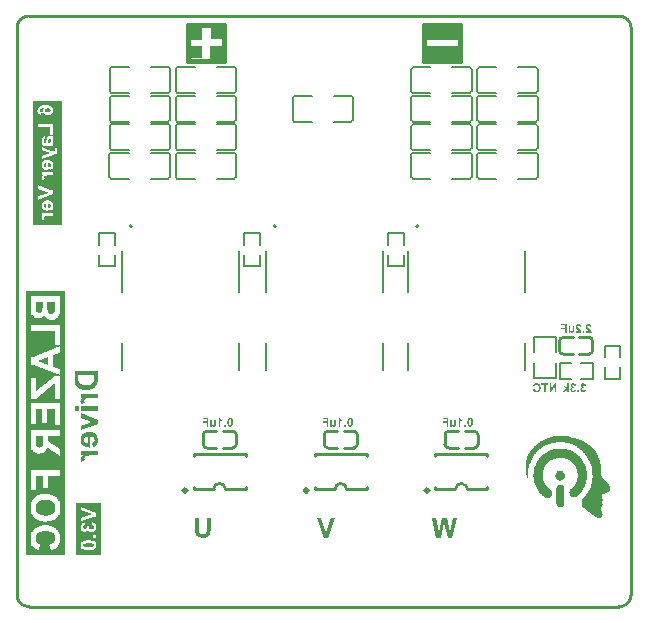
<source format=gbo>
G04*
G04 #@! TF.GenerationSoftware,Altium Limited,Altium Designer,22.0.2 (36)*
G04*
G04 Layer_Color=32896*
%FSLAX24Y24*%
%MOIN*%
G70*
G04*
G04 #@! TF.SameCoordinates,5AD8CBCB-7B86-44EA-BE16-98DFC8B2639C*
G04*
G04*
G04 #@! TF.FilePolarity,Positive*
G04*
G01*
G75*
%ADD10C,0.0060*%
%ADD12C,0.0079*%
%ADD14C,0.0150*%
%ADD16C,0.0050*%
%ADD17C,0.0100*%
%ADD56C,0.0118*%
G36*
X6860Y18907D02*
X6460D01*
Y19335D01*
X6860D01*
Y18907D01*
D02*
G37*
G36*
X6174Y18901D02*
X5774D01*
Y19329D01*
X6174D01*
Y18901D01*
D02*
G37*
G36*
X14698Y18895D02*
X13598D01*
Y19324D01*
X14698D01*
Y18895D01*
D02*
G37*
G36*
X6163Y18274D02*
X5763D01*
Y18701D01*
X6163D01*
Y18274D01*
D02*
G37*
G36*
X6842Y18264D02*
X6442D01*
Y18691D01*
X6842D01*
Y18264D01*
D02*
G37*
G36*
X14698Y18245D02*
X13598D01*
Y18674D01*
X14698D01*
Y18245D01*
D02*
G37*
G36*
X18157Y4508D02*
X18193D01*
Y4490D01*
X18211D01*
Y4468D01*
X18229D01*
Y4450D01*
X18251D01*
Y4414D01*
X18269D01*
Y4302D01*
X18251D01*
Y4261D01*
X18229D01*
Y4244D01*
X18211D01*
Y4226D01*
X18193D01*
Y4208D01*
X18139D01*
Y4190D01*
X18063D01*
Y4208D01*
X18027D01*
Y4226D01*
X17991D01*
Y4244D01*
X17973D01*
Y4284D01*
X17955D01*
Y4320D01*
X17932D01*
Y4396D01*
X17955D01*
Y4450D01*
X17973D01*
Y4468D01*
X17991D01*
Y4490D01*
X18009D01*
Y4508D01*
X18045D01*
Y4526D01*
X18157D01*
Y4508D01*
D02*
G37*
G36*
X18251Y5249D02*
X18345D01*
Y5231D01*
X18404D01*
Y5213D01*
X18458D01*
Y5191D01*
X18494D01*
Y5173D01*
X18529D01*
Y5155D01*
X18570D01*
Y5137D01*
X18588D01*
Y5119D01*
X18624D01*
Y5101D01*
X18642D01*
Y5083D01*
X18678D01*
Y5065D01*
X18700D01*
Y5047D01*
Y5043D01*
X18718D01*
Y5025D01*
X18736D01*
Y5007D01*
X18754D01*
Y4989D01*
X18772D01*
Y4971D01*
X18790D01*
Y4953D01*
X18808D01*
Y4912D01*
X18826D01*
Y4894D01*
X18848D01*
Y4858D01*
X18866D01*
Y4841D01*
X18884D01*
Y4805D01*
X18902D01*
Y4764D01*
X18920D01*
Y4728D01*
X18938D01*
Y4674D01*
X18956D01*
Y4616D01*
X18974D01*
Y4526D01*
X18996D01*
Y4226D01*
X18974D01*
Y4149D01*
X18956D01*
Y4077D01*
X18938D01*
Y4042D01*
X18920D01*
Y3983D01*
X18902D01*
Y3947D01*
X18884D01*
Y3929D01*
X18866D01*
Y3893D01*
X18848D01*
Y3853D01*
X18826D01*
Y3835D01*
X18808D01*
Y3817D01*
X18790D01*
Y3781D01*
X18772D01*
Y3763D01*
X18754D01*
Y3741D01*
X18736D01*
Y3723D01*
X18718D01*
Y3705D01*
X18700D01*
Y3687D01*
X18678D01*
Y3669D01*
X18642D01*
Y3651D01*
X18511D01*
Y3669D01*
X18476D01*
Y3687D01*
X18458D01*
Y3705D01*
X18440D01*
Y3723D01*
X18422D01*
Y3781D01*
X18404D01*
Y3835D01*
X18422D01*
Y3893D01*
X18440D01*
Y3911D01*
X18458D01*
Y3929D01*
X18494D01*
Y3947D01*
X18511D01*
Y3965D01*
X18529D01*
Y3983D01*
X18552D01*
Y4001D01*
X18570D01*
Y4019D01*
X18588D01*
Y4059D01*
X18606D01*
Y4095D01*
X18624D01*
Y4113D01*
X18642D01*
Y4167D01*
X18660D01*
Y4208D01*
X18678D01*
Y4302D01*
X18700D01*
Y4450D01*
X18678D01*
Y4544D01*
X18660D01*
Y4598D01*
X18642D01*
Y4639D01*
X18624D01*
Y4674D01*
X18606D01*
Y4710D01*
X18588D01*
Y4728D01*
X18570D01*
Y4746D01*
X18552D01*
Y4764D01*
X18529D01*
Y4787D01*
X18511D01*
Y4805D01*
X18494D01*
Y4823D01*
X18476D01*
Y4841D01*
X18458D01*
Y4858D01*
X18440D01*
Y4876D01*
X18404D01*
Y4894D01*
X18363D01*
Y4912D01*
X18327D01*
Y4935D01*
X18269D01*
Y4953D01*
X18157D01*
Y4971D01*
X18045D01*
Y4953D01*
X17955D01*
Y4935D01*
X17897D01*
Y4912D01*
X17861D01*
Y4894D01*
X17825D01*
Y4876D01*
X17784D01*
Y4858D01*
X17766D01*
Y4841D01*
X17730D01*
Y4823D01*
X17712D01*
Y4805D01*
X17695D01*
Y4787D01*
X17677D01*
Y4764D01*
X17654D01*
Y4746D01*
X17636D01*
Y4710D01*
X17618D01*
Y4692D01*
X17600D01*
Y4656D01*
X17582D01*
Y4616D01*
X17564D01*
Y4562D01*
X17546D01*
Y4490D01*
X17528D01*
Y4261D01*
X17546D01*
Y4190D01*
X17564D01*
Y4149D01*
X17582D01*
Y4113D01*
X17600D01*
Y4077D01*
X17618D01*
Y4042D01*
X17636D01*
Y4019D01*
X17654D01*
Y4001D01*
X17677D01*
Y3983D01*
X17695D01*
Y3965D01*
X17712D01*
Y3947D01*
X17730D01*
Y3929D01*
X17748D01*
Y3911D01*
X17766D01*
Y3893D01*
X17802D01*
Y3871D01*
X17825D01*
Y3835D01*
X17843D01*
Y3723D01*
X17825D01*
Y3687D01*
X17802D01*
Y3669D01*
X17784D01*
Y3651D01*
X17766D01*
Y3633D01*
X17712D01*
Y3615D01*
X17654D01*
Y3633D01*
X17600D01*
Y3651D01*
X17582D01*
Y3669D01*
X17564D01*
Y3687D01*
X17546D01*
Y3705D01*
X17506D01*
Y3723D01*
X17488D01*
Y3741D01*
X17470D01*
Y3763D01*
X17452D01*
Y3781D01*
X17434D01*
Y3799D01*
X17416D01*
Y3835D01*
X17398D01*
Y3853D01*
X17380D01*
Y3893D01*
X17358D01*
Y3911D01*
X17340D01*
Y3947D01*
X17322D01*
Y3983D01*
X17304D01*
Y4019D01*
X17286D01*
Y4059D01*
X17268D01*
Y4113D01*
X17250D01*
Y4190D01*
X17232D01*
Y4320D01*
X17210D01*
Y4432D01*
X17232D01*
Y4562D01*
X17250D01*
Y4639D01*
X17268D01*
Y4692D01*
X17286D01*
Y4746D01*
X17304D01*
Y4787D01*
X17322D01*
Y4823D01*
X17340D01*
Y4841D01*
X17358D01*
Y4876D01*
X17380D01*
Y4894D01*
X17398D01*
Y4935D01*
X17416D01*
Y4953D01*
X17434D01*
Y4971D01*
X17452D01*
Y4989D01*
X17470D01*
Y5007D01*
X17488D01*
Y5025D01*
X17506D01*
Y5043D01*
X17528D01*
Y5065D01*
X17546D01*
Y5083D01*
X17582D01*
Y5101D01*
X17600D01*
Y5119D01*
X17618D01*
Y5137D01*
X17654D01*
Y5155D01*
X17695D01*
Y5173D01*
X17730D01*
Y5191D01*
X17766D01*
Y5213D01*
X17802D01*
Y5231D01*
X17879D01*
Y5249D01*
X17955D01*
Y5267D01*
X18251D01*
Y5249D01*
D02*
G37*
G36*
X18175Y4042D02*
X18211D01*
Y4019D01*
X18229D01*
Y3983D01*
X18251D01*
Y3418D01*
Y3413D01*
Y3391D01*
X18229D01*
Y3355D01*
X18211D01*
Y3337D01*
X18027D01*
Y3355D01*
X18009D01*
Y3373D01*
X17991D01*
Y3409D01*
X17973D01*
Y3965D01*
X17991D01*
Y4001D01*
X18009D01*
Y4019D01*
X18027D01*
Y4042D01*
X18063D01*
Y4059D01*
X18175D01*
Y4042D01*
D02*
G37*
G36*
X18305Y5675D02*
X18404D01*
Y5657D01*
X18476D01*
Y5635D01*
X18570D01*
Y5617D01*
X18624D01*
Y5599D01*
X18678D01*
Y5581D01*
X18736D01*
Y5563D01*
X18772D01*
Y5545D01*
X18826D01*
Y5527D01*
X18866D01*
Y5509D01*
X18902D01*
Y5487D01*
X18938D01*
Y5469D01*
X18956D01*
Y5451D01*
X18996D01*
Y5433D01*
X19032D01*
Y5415D01*
X19050D01*
Y5397D01*
X19086D01*
Y5379D01*
X19104D01*
Y5361D01*
X19126D01*
Y5339D01*
X19144D01*
Y5321D01*
X19162D01*
Y5303D01*
X19198D01*
Y5285D01*
X19216D01*
Y5267D01*
X19234D01*
Y5231D01*
X19252D01*
Y5213D01*
X19275D01*
Y5173D01*
X19293D01*
Y5155D01*
X19310D01*
Y5119D01*
X19328D01*
Y5083D01*
X19346D01*
Y5043D01*
X19364D01*
Y4989D01*
X19382D01*
Y4953D01*
X19400D01*
Y4894D01*
X19423D01*
Y4841D01*
X19441D01*
Y4764D01*
X19459D01*
Y4656D01*
X19477D01*
Y4490D01*
X19459D01*
Y4414D01*
X19477D01*
Y4342D01*
X19495D01*
Y4320D01*
X19512D01*
Y4302D01*
X19530D01*
Y4261D01*
X19548D01*
Y4244D01*
X19571D01*
Y4226D01*
X19589D01*
Y4208D01*
X19607D01*
Y4190D01*
X19625D01*
Y4167D01*
X19643D01*
Y4149D01*
X19661D01*
Y4131D01*
X19679D01*
Y4113D01*
X19697D01*
Y4077D01*
X19719D01*
Y4059D01*
X19737D01*
Y4019D01*
X19755D01*
Y3871D01*
X19737D01*
Y3853D01*
X19719D01*
Y3835D01*
X19679D01*
Y3817D01*
X19661D01*
Y3799D01*
X19625D01*
Y3781D01*
X19589D01*
Y3763D01*
X19548D01*
Y3741D01*
X19495D01*
Y3633D01*
X19512D01*
Y3593D01*
X19530D01*
Y3521D01*
X19512D01*
Y3427D01*
X19530D01*
Y3373D01*
X19512D01*
Y3355D01*
X19495D01*
Y3319D01*
X19477D01*
Y3189D01*
X19495D01*
Y3112D01*
X19512D01*
Y3094D01*
X19530D01*
Y3058D01*
X19512D01*
Y3000D01*
X19495D01*
Y2982D01*
X19459D01*
Y2964D01*
X19346D01*
Y2982D01*
X19310D01*
Y3000D01*
X19275D01*
Y3023D01*
X19234D01*
Y3041D01*
X19216D01*
Y3058D01*
X19180D01*
Y3076D01*
X19162D01*
Y3094D01*
X19126D01*
Y3112D01*
X19104D01*
Y3130D01*
X19086D01*
Y3148D01*
X19050D01*
Y3171D01*
X19032D01*
Y3189D01*
X19014D01*
Y3207D01*
X18996D01*
Y3225D01*
X18956D01*
Y3243D01*
X18938D01*
Y3260D01*
X18920D01*
Y3278D01*
X18902D01*
Y3296D01*
X18884D01*
Y3319D01*
X18866D01*
Y3337D01*
X18848D01*
Y3373D01*
X18826D01*
Y3557D01*
X18848D01*
Y3575D01*
X18866D01*
Y3615D01*
X18884D01*
Y3633D01*
X18902D01*
Y3651D01*
X18920D01*
Y3669D01*
X18938D01*
Y3687D01*
X18956D01*
Y3723D01*
X18974D01*
Y3741D01*
X18996D01*
Y3763D01*
X19014D01*
Y3799D01*
X19032D01*
Y3817D01*
X19050D01*
Y3853D01*
X19068D01*
Y3893D01*
X19086D01*
Y3929D01*
X19104D01*
Y3965D01*
X19126D01*
Y4019D01*
X19144D01*
Y4095D01*
X19162D01*
Y4190D01*
X19180D01*
Y4302D01*
X19198D01*
Y4396D01*
X19180D01*
Y4616D01*
X19162D01*
Y4692D01*
X19144D01*
Y4728D01*
X19126D01*
Y4764D01*
X19104D01*
Y4805D01*
X19086D01*
Y4841D01*
X19068D01*
Y4894D01*
X19050D01*
Y4935D01*
X19032D01*
Y4971D01*
X19014D01*
Y4989D01*
X18996D01*
Y5007D01*
X18974D01*
Y5043D01*
X18956D01*
Y5065D01*
X18938D01*
Y5101D01*
X18920D01*
Y5119D01*
X18902D01*
Y5137D01*
X18884D01*
Y5155D01*
X18866D01*
Y5173D01*
X18848D01*
Y5191D01*
X18826D01*
Y5213D01*
X18808D01*
Y5231D01*
X18772D01*
Y5249D01*
X18754D01*
Y5267D01*
X18736D01*
Y5285D01*
X18718D01*
Y5303D01*
X18678D01*
Y5321D01*
X18660D01*
Y5339D01*
X18624D01*
Y5361D01*
X18606D01*
Y5379D01*
X18570D01*
Y5397D01*
X18529D01*
Y5415D01*
X18476D01*
Y5433D01*
X18422D01*
Y5451D01*
X18363D01*
Y5469D01*
X18269D01*
Y5487D01*
X17973D01*
Y5469D01*
X17879D01*
Y5451D01*
X17802D01*
Y5433D01*
X17748D01*
Y5415D01*
X17695D01*
Y5397D01*
X17654D01*
Y5379D01*
X17600D01*
Y5361D01*
X17564D01*
Y5339D01*
X17546D01*
Y5321D01*
X17506D01*
Y5303D01*
X17488D01*
Y5285D01*
X17470D01*
Y5267D01*
X17434D01*
Y5249D01*
X17416D01*
Y5231D01*
X17380D01*
Y5213D01*
X17358D01*
Y5191D01*
X17340D01*
Y5173D01*
X17322D01*
Y5155D01*
X17304D01*
Y5119D01*
X17286D01*
Y5101D01*
X17268D01*
Y5083D01*
X17250D01*
Y5043D01*
X17232D01*
Y5025D01*
X17210D01*
Y4989D01*
X17192D01*
Y4953D01*
X17174D01*
Y4935D01*
X17156D01*
Y4894D01*
X17138D01*
Y4890D01*
Y4885D01*
Y4858D01*
X17120D01*
Y4805D01*
X17102D01*
Y4746D01*
X17084D01*
Y4692D01*
X17062D01*
Y4616D01*
X17044D01*
Y4261D01*
X17026D01*
Y4302D01*
X17008D01*
Y4342D01*
X16990D01*
Y4396D01*
X16972D01*
Y4526D01*
X16954D01*
Y4805D01*
X16972D01*
Y4876D01*
X16990D01*
Y4971D01*
X17008D01*
Y5007D01*
X17026D01*
Y5043D01*
X17044D01*
Y5083D01*
X17062D01*
Y5119D01*
X17084D01*
Y5137D01*
X17102D01*
Y5173D01*
X17120D01*
Y5191D01*
X17138D01*
Y5231D01*
X17156D01*
Y5249D01*
X17174D01*
Y5267D01*
X17192D01*
Y5285D01*
X17210D01*
Y5303D01*
X17232D01*
Y5321D01*
X17250D01*
Y5339D01*
X17268D01*
Y5361D01*
X17286D01*
Y5379D01*
X17304D01*
Y5397D01*
X17340D01*
Y5415D01*
X17358D01*
Y5433D01*
X17380D01*
Y5451D01*
X17416D01*
Y5469D01*
X17434D01*
Y5487D01*
X17452D01*
Y5509D01*
X17488D01*
Y5527D01*
X17528D01*
Y5545D01*
X17564D01*
Y5563D01*
X17600D01*
Y5581D01*
X17636D01*
Y5599D01*
X17677D01*
Y5617D01*
X17730D01*
Y5635D01*
X17784D01*
Y5657D01*
X17861D01*
Y5675D01*
X17955D01*
Y5693D01*
X18305D01*
Y5675D01*
D02*
G37*
G36*
X1500Y12731D02*
X534D01*
Y16869D01*
X1500D01*
Y12731D01*
D02*
G37*
G36*
X14518Y2300D02*
X14378D01*
X14250Y2778D01*
X14124Y2300D01*
X13985D01*
X13830Y2940D01*
X13960D01*
X14059Y2492D01*
X14170Y2940D01*
X14325D01*
X14441Y2500D01*
X14538Y2940D01*
X14670D01*
X14518Y2300D01*
D02*
G37*
G36*
X10369D02*
X10229D01*
X10002Y2940D01*
X10140D01*
X10296Y2466D01*
X10459Y2940D01*
X10598D01*
X10369Y2300D01*
D02*
G37*
G36*
X6455Y2610D02*
Y2590D01*
X6454Y2572D01*
Y2554D01*
X6453Y2539D01*
X6453Y2524D01*
X6452Y2511D01*
X6451Y2499D01*
X6449Y2488D01*
X6448Y2479D01*
X6447Y2470D01*
X6446Y2463D01*
X6445Y2457D01*
X6444Y2453D01*
Y2450D01*
X6443Y2448D01*
Y2447D01*
X6439Y2433D01*
X6434Y2420D01*
X6428Y2408D01*
X6422Y2398D01*
X6416Y2389D01*
X6412Y2381D01*
X6408Y2378D01*
X6407Y2376D01*
X6396Y2364D01*
X6384Y2353D01*
X6371Y2343D01*
X6359Y2335D01*
X6349Y2329D01*
X6340Y2324D01*
X6334Y2321D01*
X6333Y2320D01*
X6332D01*
X6323Y2317D01*
X6313Y2314D01*
X6290Y2308D01*
X6267Y2305D01*
X6244Y2303D01*
X6234Y2302D01*
X6224Y2301D01*
X6216D01*
X6207Y2300D01*
X6193D01*
X6166Y2301D01*
X6142Y2303D01*
X6120Y2306D01*
X6103Y2310D01*
X6095Y2311D01*
X6088Y2313D01*
X6083Y2315D01*
X6078Y2317D01*
X6074Y2318D01*
X6071Y2318D01*
X6071Y2319D01*
X6070D01*
X6053Y2327D01*
X6038Y2336D01*
X6025Y2344D01*
X6014Y2353D01*
X6006Y2360D01*
X5999Y2366D01*
X5996Y2369D01*
X5995Y2371D01*
X5984Y2384D01*
X5976Y2398D01*
X5970Y2411D01*
X5964Y2424D01*
X5960Y2435D01*
X5958Y2444D01*
X5957Y2447D01*
Y2450D01*
X5956Y2451D01*
Y2452D01*
X5954Y2462D01*
X5952Y2473D01*
X5950Y2485D01*
X5949Y2497D01*
X5947Y2525D01*
X5946Y2552D01*
Y2564D01*
Y2576D01*
X5945Y2587D01*
Y2596D01*
Y2603D01*
Y2610D01*
Y2614D01*
Y2614D01*
Y2952D01*
X6074D01*
Y2597D01*
Y2583D01*
Y2570D01*
X6075Y2558D01*
Y2547D01*
X6076Y2538D01*
Y2528D01*
X6077Y2520D01*
Y2513D01*
X6079Y2502D01*
X6080Y2493D01*
X6081Y2489D01*
Y2487D01*
X6083Y2475D01*
X6088Y2465D01*
X6094Y2455D01*
X6099Y2447D01*
X6105Y2441D01*
X6109Y2436D01*
X6113Y2433D01*
X6114Y2432D01*
X6125Y2425D01*
X6139Y2419D01*
X6152Y2416D01*
X6166Y2413D01*
X6178Y2411D01*
X6187Y2410D01*
X6196D01*
X6216Y2411D01*
X6232Y2414D01*
X6247Y2417D01*
X6260Y2422D01*
X6269Y2426D01*
X6277Y2430D01*
X6280Y2432D01*
X6282Y2433D01*
X6292Y2442D01*
X6301Y2454D01*
X6308Y2464D01*
X6313Y2474D01*
X6317Y2483D01*
X6319Y2491D01*
X6321Y2495D01*
Y2497D01*
X6322Y2503D01*
X6323Y2508D01*
Y2516D01*
X6324Y2524D01*
X6325Y2541D01*
Y2560D01*
X6326Y2577D01*
Y2584D01*
Y2591D01*
Y2597D01*
Y2601D01*
Y2603D01*
Y2604D01*
Y2952D01*
X6455D01*
Y2610D01*
D02*
G37*
G36*
X2688Y7579D02*
X2687Y7549D01*
X2686Y7521D01*
X2683Y7498D01*
X2680Y7479D01*
X2677Y7463D01*
X2674Y7451D01*
X2673Y7448D01*
Y7444D01*
X2672Y7443D01*
Y7442D01*
X2663Y7418D01*
X2653Y7395D01*
X2643Y7378D01*
X2633Y7362D01*
X2624Y7350D01*
X2618Y7341D01*
X2613Y7335D01*
X2611Y7333D01*
X2590Y7314D01*
X2568Y7298D01*
X2544Y7283D01*
X2523Y7272D01*
X2503Y7263D01*
X2496Y7259D01*
X2489Y7257D01*
X2482Y7254D01*
X2478Y7252D01*
X2476Y7251D01*
X2474D01*
X2448Y7243D01*
X2420Y7237D01*
X2393Y7232D01*
X2368Y7230D01*
X2356Y7229D01*
X2344Y7228D01*
X2336D01*
X2327Y7227D01*
X2320D01*
X2316D01*
X2312D01*
X2311D01*
X2272Y7228D01*
X2238Y7231D01*
X2221Y7232D01*
X2207Y7234D01*
X2192Y7237D01*
X2180Y7239D01*
X2169Y7242D01*
X2159Y7244D01*
X2150Y7247D01*
X2143Y7248D01*
X2138Y7250D01*
X2133Y7251D01*
X2131Y7252D01*
X2130D01*
X2103Y7262D01*
X2079Y7274D01*
X2058Y7287D01*
X2040Y7299D01*
X2026Y7309D01*
X2015Y7318D01*
X2008Y7323D01*
X2006Y7324D01*
Y7325D01*
X1988Y7344D01*
X1973Y7363D01*
X1961Y7383D01*
X1951Y7401D01*
X1943Y7417D01*
X1938Y7430D01*
X1937Y7434D01*
X1936Y7438D01*
X1935Y7440D01*
Y7441D01*
X1929Y7462D01*
X1926Y7485D01*
X1922Y7510D01*
X1921Y7533D01*
X1920Y7554D01*
X1919Y7563D01*
Y7870D01*
X2688D01*
Y7579D01*
D02*
G37*
G36*
Y6954D02*
X2517D01*
X2491D01*
X2468D01*
X2447Y6953D01*
X2428Y6952D01*
X2410D01*
X2396Y6951D01*
X2381Y6950D01*
X2370Y6949D01*
X2360Y6948D01*
X2351Y6947D01*
X2344Y6945D01*
X2339D01*
X2336Y6944D01*
X2332Y6943D01*
X2330D01*
X2314Y6939D01*
X2301Y6933D01*
X2290Y6928D01*
X2282Y6922D01*
X2276Y6918D01*
X2271Y6913D01*
X2269Y6911D01*
X2268Y6910D01*
X2262Y6901D01*
X2258Y6892D01*
X2254Y6883D01*
X2252Y6876D01*
X2251Y6869D01*
X2250Y6862D01*
Y6858D01*
X2251Y6846D01*
X2253Y6833D01*
X2258Y6822D01*
X2262Y6811D01*
X2267Y6802D01*
X2271Y6796D01*
X2273Y6790D01*
X2274Y6789D01*
X2147Y6742D01*
X2137Y6760D01*
X2130Y6777D01*
X2124Y6793D01*
X2121Y6809D01*
X2119Y6821D01*
X2118Y6831D01*
Y6840D01*
X2119Y6853D01*
X2120Y6864D01*
X2123Y6876D01*
X2127Y6884D01*
X2130Y6892D01*
X2132Y6899D01*
X2134Y6902D01*
X2136Y6903D01*
X2143Y6914D01*
X2155Y6924D01*
X2167Y6935D01*
X2179Y6944D01*
X2191Y6953D01*
X2201Y6960D01*
X2208Y6964D01*
X2209Y6965D01*
X2130D01*
Y7102D01*
X2688D01*
Y6954D01*
D02*
G37*
G36*
Y6531D02*
X2130D01*
Y6679D01*
X2688D01*
Y6531D01*
D02*
G37*
G36*
X2056D02*
X1919D01*
Y6679D01*
X2056D01*
Y6531D01*
D02*
G37*
G36*
X2688Y6228D02*
Y6094D01*
X2130Y5873D01*
Y6024D01*
X2416Y6131D01*
X2432Y6138D01*
X2448Y6142D01*
X2453Y6144D01*
X2458Y6146D01*
X2461Y6147D01*
X2462D01*
X2468Y6148D01*
X2474Y6150D01*
X2491Y6156D01*
X2498Y6158D01*
X2504Y6160D01*
X2509Y6161D01*
X2510Y6162D01*
X2416Y6192D01*
X2130Y6298D01*
Y6452D01*
X2688Y6228D01*
D02*
G37*
G36*
X2434Y5823D02*
X2456Y5822D01*
X2474Y5819D01*
X2492Y5816D01*
X2510Y5812D01*
X2526Y5807D01*
X2540Y5802D01*
X2553Y5797D01*
X2566Y5792D01*
X2576Y5787D01*
X2584Y5782D01*
X2592Y5779D01*
X2598Y5774D01*
X2602Y5772D01*
X2604Y5771D01*
X2606Y5770D01*
X2622Y5756D01*
X2637Y5741D01*
X2649Y5725D01*
X2660Y5707D01*
X2669Y5689D01*
X2677Y5671D01*
X2683Y5653D01*
X2688Y5636D01*
X2692Y5620D01*
X2694Y5605D01*
X2697Y5590D01*
X2699Y5578D01*
Y5568D01*
X2700Y5561D01*
Y5555D01*
X2698Y5522D01*
X2693Y5492D01*
X2687Y5467D01*
X2679Y5445D01*
X2674Y5435D01*
X2671Y5427D01*
X2668Y5419D01*
X2664Y5413D01*
X2661Y5409D01*
X2660Y5405D01*
X2658Y5403D01*
Y5402D01*
X2640Y5381D01*
X2621Y5362D01*
X2600Y5347D01*
X2580Y5335D01*
X2562Y5325D01*
X2554Y5321D01*
X2548Y5318D01*
X2542Y5316D01*
X2538Y5313D01*
X2536Y5312D01*
X2534D01*
X2510Y5459D01*
X2524Y5465D01*
X2538Y5470D01*
X2548Y5476D01*
X2557Y5482D01*
X2563Y5487D01*
X2568Y5491D01*
X2570Y5495D01*
X2571Y5496D01*
X2578Y5505D01*
X2582Y5515D01*
X2586Y5525D01*
X2588Y5533D01*
X2589Y5541D01*
X2590Y5548D01*
Y5553D01*
X2589Y5571D01*
X2584Y5588D01*
X2579Y5603D01*
X2572Y5616D01*
X2566Y5626D01*
X2560Y5632D01*
X2556Y5638D01*
X2554Y5639D01*
X2540Y5650D01*
X2523Y5658D01*
X2506Y5665D01*
X2490Y5669D01*
X2474Y5671D01*
X2463Y5672D01*
X2459Y5673D01*
X2456D01*
X2453D01*
X2452D01*
Y5305D01*
X2421D01*
X2393Y5307D01*
X2367Y5310D01*
X2342Y5315D01*
X2319Y5320D01*
X2299Y5326D01*
X2280Y5332D01*
X2263Y5339D01*
X2249Y5346D01*
X2236Y5352D01*
X2226Y5358D01*
X2217Y5363D01*
X2210Y5368D01*
X2204Y5371D01*
X2202Y5373D01*
X2201Y5375D01*
X2187Y5388D01*
X2173Y5403D01*
X2162Y5419D01*
X2153Y5435D01*
X2145Y5451D01*
X2138Y5468D01*
X2132Y5483D01*
X2128Y5499D01*
X2124Y5513D01*
X2122Y5527D01*
X2120Y5539D01*
X2119Y5549D01*
X2118Y5558D01*
Y5570D01*
X2119Y5590D01*
X2121Y5609D01*
X2126Y5628D01*
X2130Y5645D01*
X2136Y5661D01*
X2142Y5676D01*
X2150Y5690D01*
X2157Y5702D01*
X2165Y5713D01*
X2172Y5723D01*
X2179Y5732D01*
X2184Y5739D01*
X2189Y5745D01*
X2193Y5749D01*
X2196Y5751D01*
X2197Y5752D01*
X2212Y5764D01*
X2229Y5776D01*
X2246Y5786D01*
X2263Y5795D01*
X2282Y5801D01*
X2300Y5807D01*
X2334Y5816D01*
X2351Y5819D01*
X2366Y5821D01*
X2379Y5822D01*
X2390Y5823D01*
X2400Y5824D01*
X2408D01*
X2412D01*
X2413D01*
X2434Y5823D01*
D02*
G37*
G36*
X2688Y5042D02*
X2517D01*
X2491D01*
X2468D01*
X2447Y5041D01*
X2428Y5040D01*
X2410D01*
X2396Y5039D01*
X2381Y5038D01*
X2370Y5037D01*
X2360Y5036D01*
X2351Y5035D01*
X2344Y5033D01*
X2339D01*
X2336Y5032D01*
X2332Y5031D01*
X2330D01*
X2314Y5027D01*
X2301Y5021D01*
X2290Y5016D01*
X2282Y5010D01*
X2276Y5006D01*
X2271Y5001D01*
X2269Y4999D01*
X2268Y4998D01*
X2262Y4989D01*
X2258Y4980D01*
X2254Y4971D01*
X2252Y4963D01*
X2251Y4957D01*
X2250Y4950D01*
Y4946D01*
X2251Y4933D01*
X2253Y4921D01*
X2258Y4910D01*
X2262Y4899D01*
X2267Y4890D01*
X2271Y4883D01*
X2273Y4878D01*
X2274Y4877D01*
X2147Y4830D01*
X2137Y4848D01*
X2130Y4865D01*
X2124Y4881D01*
X2121Y4897D01*
X2119Y4909D01*
X2118Y4919D01*
Y4928D01*
X2119Y4941D01*
X2120Y4952D01*
X2123Y4963D01*
X2127Y4972D01*
X2130Y4980D01*
X2132Y4987D01*
X2134Y4990D01*
X2136Y4991D01*
X2143Y5002D01*
X2155Y5012D01*
X2167Y5023D01*
X2179Y5032D01*
X2191Y5041D01*
X2201Y5048D01*
X2208Y5052D01*
X2209Y5053D01*
X2130D01*
Y5190D01*
X2688D01*
Y5042D01*
D02*
G37*
G36*
X2800Y1731D02*
X1975D01*
Y3469D01*
X2800D01*
Y1731D01*
D02*
G37*
G36*
X1600D02*
X303D01*
Y10512D01*
X1600D01*
Y1731D01*
D02*
G37*
G36*
X19060Y9423D02*
X19067Y9423D01*
X19080Y9421D01*
X19090Y9417D01*
X19095Y9416D01*
X19100Y9414D01*
X19104Y9412D01*
X19108Y9410D01*
X19111Y9408D01*
X19113Y9407D01*
X19115Y9405D01*
X19117Y9405D01*
X19118Y9404D01*
X19118Y9404D01*
X19123Y9400D01*
X19127Y9395D01*
X19130Y9390D01*
X19134Y9385D01*
X19139Y9374D01*
X19143Y9364D01*
X19144Y9358D01*
X19145Y9354D01*
X19147Y9350D01*
X19147Y9346D01*
X19148Y9343D01*
Y9340D01*
X19148Y9339D01*
Y9338D01*
X19093Y9333D01*
X19093Y9341D01*
X19091Y9348D01*
X19089Y9355D01*
X19087Y9359D01*
X19085Y9363D01*
X19084Y9365D01*
X19083Y9367D01*
X19082Y9367D01*
X19078Y9371D01*
X19073Y9373D01*
X19069Y9375D01*
X19064Y9377D01*
X19061Y9377D01*
X19057Y9378D01*
X19054D01*
X19048Y9377D01*
X19043Y9376D01*
X19038Y9375D01*
X19034Y9373D01*
X19031Y9371D01*
X19029Y9370D01*
X19027Y9368D01*
X19027Y9368D01*
X19024Y9364D01*
X19021Y9359D01*
X19019Y9355D01*
X19018Y9350D01*
X19017Y9346D01*
X19017Y9342D01*
Y9340D01*
Y9340D01*
Y9339D01*
X19017Y9333D01*
X19019Y9327D01*
X19021Y9321D01*
X19023Y9316D01*
X19025Y9312D01*
X19027Y9308D01*
X19028Y9306D01*
X19029Y9306D01*
X19030Y9303D01*
X19033Y9300D01*
X19036Y9296D01*
X19039Y9293D01*
X19047Y9285D01*
X19054Y9277D01*
X19062Y9270D01*
X19065Y9266D01*
X19068Y9264D01*
X19071Y9261D01*
X19073Y9260D01*
X19074Y9258D01*
X19074Y9258D01*
X19083Y9250D01*
X19090Y9243D01*
X19097Y9236D01*
X19103Y9229D01*
X19109Y9223D01*
X19114Y9217D01*
X19119Y9212D01*
X19123Y9207D01*
X19126Y9203D01*
X19129Y9199D01*
X19131Y9197D01*
X19133Y9194D01*
X19135Y9192D01*
X19135Y9190D01*
X19136Y9189D01*
Y9189D01*
X19142Y9179D01*
X19146Y9169D01*
X19149Y9160D01*
X19152Y9152D01*
X19153Y9145D01*
X19154Y9142D01*
X19154Y9139D01*
X19155Y9137D01*
X19155Y9135D01*
Y9135D01*
Y9134D01*
X18962D01*
Y9185D01*
X19071D01*
X19068Y9191D01*
X19064Y9195D01*
X19063Y9197D01*
X19061Y9199D01*
X19061Y9200D01*
X19060Y9200D01*
X19058Y9202D01*
X19057Y9204D01*
X19052Y9209D01*
X19046Y9214D01*
X19041Y9219D01*
X19036Y9224D01*
X19031Y9229D01*
X19029Y9230D01*
X19028Y9231D01*
X19027Y9232D01*
X19027Y9232D01*
X19018Y9241D01*
X19010Y9248D01*
X19004Y9255D01*
X18999Y9260D01*
X18995Y9264D01*
X18993Y9267D01*
X18991Y9269D01*
X18991Y9269D01*
X18985Y9276D01*
X18981Y9283D01*
X18977Y9289D01*
X18974Y9295D01*
X18972Y9299D01*
X18970Y9303D01*
X18969Y9305D01*
X18969Y9306D01*
X18966Y9313D01*
X18964Y9319D01*
X18963Y9325D01*
X18962Y9331D01*
X18962Y9336D01*
X18962Y9340D01*
Y9342D01*
Y9343D01*
X18962Y9349D01*
X18963Y9355D01*
X18964Y9361D01*
X18965Y9367D01*
X18969Y9376D01*
X18974Y9385D01*
X18976Y9388D01*
X18978Y9391D01*
X18980Y9394D01*
X18982Y9396D01*
X18984Y9398D01*
X18985Y9400D01*
X18986Y9400D01*
X18986Y9400D01*
X18991Y9405D01*
X18996Y9408D01*
X19001Y9411D01*
X19007Y9414D01*
X19018Y9418D01*
X19029Y9421D01*
X19033Y9422D01*
X19038Y9422D01*
X19042Y9423D01*
X19046Y9423D01*
X19049Y9424D01*
X19053D01*
X19060Y9423D01*
D02*
G37*
G36*
X18724D02*
X18731Y9423D01*
X18744Y9421D01*
X18755Y9417D01*
X18760Y9416D01*
X18764Y9414D01*
X18769Y9412D01*
X18772Y9410D01*
X18775Y9408D01*
X18778Y9407D01*
X18780Y9405D01*
X18781Y9405D01*
X18782Y9404D01*
X18782Y9404D01*
X18787Y9400D01*
X18791Y9395D01*
X18795Y9390D01*
X18798Y9385D01*
X18803Y9374D01*
X18807Y9364D01*
X18808Y9358D01*
X18810Y9354D01*
X18811Y9350D01*
X18811Y9346D01*
X18812Y9343D01*
Y9340D01*
X18813Y9339D01*
Y9338D01*
X18758Y9333D01*
X18757Y9341D01*
X18755Y9348D01*
X18754Y9355D01*
X18751Y9359D01*
X18750Y9363D01*
X18748Y9365D01*
X18747Y9367D01*
X18746Y9367D01*
X18742Y9371D01*
X18738Y9373D01*
X18733Y9375D01*
X18729Y9377D01*
X18725Y9377D01*
X18721Y9378D01*
X18719D01*
X18712Y9377D01*
X18707Y9376D01*
X18702Y9375D01*
X18698Y9373D01*
X18695Y9371D01*
X18693Y9370D01*
X18692Y9368D01*
X18691Y9368D01*
X18688Y9364D01*
X18685Y9359D01*
X18684Y9355D01*
X18682Y9350D01*
X18682Y9346D01*
X18681Y9342D01*
Y9340D01*
Y9340D01*
Y9339D01*
X18682Y9333D01*
X18683Y9327D01*
X18685Y9321D01*
X18687Y9316D01*
X18689Y9312D01*
X18691Y9308D01*
X18692Y9306D01*
X18693Y9306D01*
X18694Y9303D01*
X18697Y9300D01*
X18700Y9296D01*
X18704Y9293D01*
X18711Y9285D01*
X18719Y9277D01*
X18726Y9270D01*
X18729Y9266D01*
X18733Y9264D01*
X18735Y9261D01*
X18737Y9260D01*
X18738Y9258D01*
X18739Y9258D01*
X18747Y9250D01*
X18754Y9243D01*
X18761Y9236D01*
X18768Y9229D01*
X18773Y9223D01*
X18778Y9217D01*
X18783Y9212D01*
X18787Y9207D01*
X18790Y9203D01*
X18793Y9199D01*
X18796Y9197D01*
X18797Y9194D01*
X18799Y9192D01*
X18800Y9190D01*
X18801Y9189D01*
Y9189D01*
X18806Y9179D01*
X18810Y9169D01*
X18813Y9160D01*
X18816Y9152D01*
X18818Y9145D01*
X18818Y9142D01*
X18818Y9139D01*
X18819Y9137D01*
X18819Y9135D01*
Y9135D01*
Y9134D01*
X18626D01*
Y9185D01*
X18736D01*
X18732Y9191D01*
X18729Y9195D01*
X18727Y9197D01*
X18726Y9199D01*
X18725Y9200D01*
X18724Y9200D01*
X18723Y9202D01*
X18721Y9204D01*
X18716Y9209D01*
X18711Y9214D01*
X18705Y9219D01*
X18700Y9224D01*
X18695Y9229D01*
X18694Y9230D01*
X18692Y9231D01*
X18692Y9232D01*
X18691Y9232D01*
X18682Y9241D01*
X18674Y9248D01*
X18668Y9255D01*
X18663Y9260D01*
X18660Y9264D01*
X18657Y9267D01*
X18655Y9269D01*
X18655Y9269D01*
X18650Y9276D01*
X18645Y9283D01*
X18641Y9289D01*
X18638Y9295D01*
X18636Y9299D01*
X18634Y9303D01*
X18633Y9305D01*
X18633Y9306D01*
X18630Y9313D01*
X18629Y9319D01*
X18627Y9325D01*
X18627Y9331D01*
X18626Y9336D01*
X18626Y9340D01*
Y9342D01*
Y9343D01*
X18626Y9349D01*
X18627Y9355D01*
X18628Y9361D01*
X18630Y9367D01*
X18634Y9376D01*
X18638Y9385D01*
X18640Y9388D01*
X18642Y9391D01*
X18645Y9394D01*
X18647Y9396D01*
X18648Y9398D01*
X18649Y9400D01*
X18650Y9400D01*
X18650Y9400D01*
X18655Y9405D01*
X18660Y9408D01*
X18665Y9411D01*
X18671Y9414D01*
X18682Y9418D01*
X18693Y9421D01*
X18698Y9422D01*
X18702Y9422D01*
X18707Y9423D01*
X18710Y9423D01*
X18713Y9424D01*
X18717D01*
X18724Y9423D01*
D02*
G37*
G36*
X18578Y9211D02*
X18577Y9200D01*
X18576Y9191D01*
X18575Y9183D01*
X18574Y9177D01*
X18573Y9171D01*
X18571Y9167D01*
X18570Y9165D01*
X18570Y9164D01*
X18567Y9159D01*
X18563Y9153D01*
X18559Y9149D01*
X18555Y9145D01*
X18552Y9142D01*
X18548Y9140D01*
X18547Y9139D01*
X18546Y9139D01*
X18540Y9136D01*
X18533Y9133D01*
X18527Y9132D01*
X18521Y9131D01*
X18516Y9130D01*
X18512Y9130D01*
X18508D01*
X18501Y9130D01*
X18494Y9131D01*
X18487Y9132D01*
X18481Y9134D01*
X18476Y9136D01*
X18472Y9137D01*
X18470Y9138D01*
X18469Y9139D01*
X18462Y9142D01*
X18456Y9147D01*
X18451Y9151D01*
X18447Y9156D01*
X18443Y9159D01*
X18441Y9162D01*
X18439Y9164D01*
X18439Y9165D01*
Y9134D01*
X18387D01*
Y9343D01*
X18443D01*
Y9255D01*
Y9247D01*
Y9240D01*
X18443Y9233D01*
X18444Y9227D01*
Y9222D01*
X18444Y9217D01*
X18444Y9214D01*
X18445Y9210D01*
X18445Y9207D01*
X18446Y9205D01*
X18446Y9203D01*
Y9201D01*
X18447Y9199D01*
Y9199D01*
X18449Y9194D01*
X18451Y9191D01*
X18454Y9188D01*
X18456Y9185D01*
X18459Y9182D01*
X18461Y9181D01*
X18462Y9180D01*
X18462Y9179D01*
X18466Y9177D01*
X18471Y9175D01*
X18475Y9174D01*
X18479Y9173D01*
X18483Y9172D01*
X18485Y9172D01*
X18488D01*
X18492Y9172D01*
X18496Y9173D01*
X18500Y9174D01*
X18503Y9175D01*
X18505Y9176D01*
X18507Y9177D01*
X18508Y9177D01*
X18508Y9177D01*
X18511Y9180D01*
X18513Y9182D01*
X18516Y9185D01*
X18517Y9187D01*
X18518Y9190D01*
X18519Y9192D01*
X18519Y9193D01*
Y9193D01*
X18520Y9195D01*
X18520Y9198D01*
X18521Y9202D01*
X18521Y9206D01*
X18521Y9214D01*
X18522Y9224D01*
X18522Y9233D01*
Y9236D01*
Y9240D01*
Y9243D01*
Y9245D01*
Y9246D01*
Y9247D01*
Y9343D01*
X18578D01*
Y9211D01*
D02*
G37*
G36*
X18912Y9134D02*
X18857D01*
Y9189D01*
X18912D01*
Y9134D01*
D02*
G37*
G36*
X18330D02*
X18272D01*
Y9256D01*
X18152D01*
Y9305D01*
X18272D01*
Y9373D01*
X18132D01*
Y9422D01*
X18330D01*
Y9134D01*
D02*
G37*
G36*
X14774Y6285D02*
X14779Y6277D01*
X14785Y6268D01*
X14791Y6262D01*
X14796Y6256D01*
X14800Y6252D01*
X14802Y6250D01*
X14803Y6249D01*
X14804Y6249D01*
X14805Y6248D01*
X14814Y6242D01*
X14822Y6236D01*
X14830Y6231D01*
X14837Y6228D01*
X14843Y6225D01*
X14847Y6223D01*
X14849Y6223D01*
X14850Y6223D01*
X14851Y6222D01*
X14851D01*
Y6172D01*
X14836Y6178D01*
X14823Y6184D01*
X14817Y6188D01*
X14811Y6191D01*
X14805Y6195D01*
X14800Y6198D01*
X14796Y6201D01*
X14792Y6204D01*
X14788Y6207D01*
X14785Y6209D01*
X14783Y6211D01*
X14781Y6213D01*
X14780Y6213D01*
X14780Y6214D01*
Y6005D01*
X14725D01*
Y6295D01*
X14770D01*
X14774Y6285D01*
D02*
G37*
G36*
X14631Y6082D02*
X14631Y6072D01*
X14630Y6062D01*
X14629Y6054D01*
X14627Y6048D01*
X14626Y6042D01*
X14625Y6039D01*
X14624Y6037D01*
X14624Y6036D01*
X14620Y6030D01*
X14617Y6025D01*
X14613Y6020D01*
X14609Y6017D01*
X14605Y6014D01*
X14602Y6012D01*
X14600Y6010D01*
X14599Y6010D01*
X14593Y6007D01*
X14587Y6005D01*
X14580Y6003D01*
X14574Y6002D01*
X14569Y6001D01*
X14565Y6001D01*
X14562D01*
X14554Y6001D01*
X14547Y6002D01*
X14540Y6004D01*
X14535Y6005D01*
X14530Y6007D01*
X14526Y6009D01*
X14523Y6010D01*
X14523Y6010D01*
X14516Y6014D01*
X14510Y6018D01*
X14505Y6022D01*
X14500Y6027D01*
X14497Y6031D01*
X14494Y6034D01*
X14493Y6036D01*
X14492Y6037D01*
Y6005D01*
X14441D01*
Y6214D01*
X14496D01*
Y6126D01*
Y6118D01*
Y6111D01*
X14497Y6104D01*
X14497Y6099D01*
Y6093D01*
X14498Y6089D01*
X14498Y6085D01*
X14498Y6081D01*
X14499Y6078D01*
X14499Y6076D01*
X14500Y6074D01*
Y6072D01*
X14500Y6070D01*
Y6070D01*
X14502Y6066D01*
X14505Y6062D01*
X14507Y6059D01*
X14510Y6056D01*
X14512Y6054D01*
X14514Y6052D01*
X14515Y6051D01*
X14516Y6051D01*
X14520Y6048D01*
X14525Y6047D01*
X14529Y6045D01*
X14533Y6044D01*
X14536Y6044D01*
X14539Y6043D01*
X14541D01*
X14546Y6044D01*
X14550Y6044D01*
X14553Y6045D01*
X14556Y6046D01*
X14559Y6047D01*
X14560Y6048D01*
X14562Y6048D01*
X14562Y6049D01*
X14565Y6051D01*
X14567Y6054D01*
X14569Y6056D01*
X14570Y6059D01*
X14572Y6061D01*
X14572Y6063D01*
X14573Y6064D01*
Y6064D01*
X14573Y6067D01*
X14574Y6069D01*
X14574Y6073D01*
X14575Y6077D01*
X14575Y6086D01*
X14575Y6095D01*
X14576Y6104D01*
Y6108D01*
Y6111D01*
Y6114D01*
Y6116D01*
Y6118D01*
Y6118D01*
Y6214D01*
X14631D01*
Y6082D01*
D02*
G37*
G36*
X14966Y6005D02*
X14911D01*
Y6061D01*
X14966D01*
Y6005D01*
D02*
G37*
G36*
X14384D02*
X14325D01*
Y6128D01*
X14205D01*
Y6176D01*
X14325D01*
Y6245D01*
X14186D01*
Y6293D01*
X14384D01*
Y6005D01*
D02*
G37*
G36*
X15116Y6295D02*
X15123Y6294D01*
X15130Y6292D01*
X15136Y6290D01*
X15142Y6288D01*
X15147Y6285D01*
X15152Y6283D01*
X15157Y6280D01*
X15160Y6277D01*
X15164Y6275D01*
X15167Y6272D01*
X15169Y6270D01*
X15171Y6268D01*
X15172Y6266D01*
X15173Y6265D01*
X15174Y6265D01*
X15179Y6258D01*
X15183Y6250D01*
X15186Y6241D01*
X15190Y6232D01*
X15192Y6222D01*
X15195Y6212D01*
X15196Y6203D01*
X15198Y6193D01*
X15199Y6184D01*
X15200Y6176D01*
X15201Y6168D01*
X15201Y6161D01*
X15201Y6156D01*
Y6151D01*
Y6150D01*
Y6149D01*
Y6148D01*
Y6148D01*
X15201Y6133D01*
X15200Y6119D01*
X15199Y6106D01*
X15197Y6094D01*
X15196Y6084D01*
X15194Y6074D01*
X15191Y6066D01*
X15189Y6059D01*
X15186Y6052D01*
X15184Y6047D01*
X15182Y6042D01*
X15180Y6038D01*
X15179Y6036D01*
X15177Y6034D01*
X15176Y6032D01*
X15176Y6032D01*
X15171Y6026D01*
X15166Y6022D01*
X15160Y6017D01*
X15154Y6014D01*
X15149Y6010D01*
X15143Y6008D01*
X15138Y6006D01*
X15132Y6004D01*
X15127Y6003D01*
X15123Y6002D01*
X15119Y6001D01*
X15115Y6000D01*
X15112D01*
X15110Y6000D01*
X15108D01*
X15101Y6000D01*
X15094Y6001D01*
X15087Y6003D01*
X15080Y6005D01*
X15075Y6007D01*
X15069Y6009D01*
X15065Y6012D01*
X15060Y6015D01*
X15056Y6017D01*
X15052Y6020D01*
X15050Y6023D01*
X15047Y6025D01*
X15045Y6027D01*
X15044Y6028D01*
X15043Y6029D01*
X15043Y6030D01*
X15038Y6037D01*
X15034Y6045D01*
X15030Y6054D01*
X15027Y6063D01*
X15024Y6073D01*
X15022Y6082D01*
X15020Y6092D01*
X15018Y6102D01*
X15017Y6111D01*
X15016Y6119D01*
X15015Y6127D01*
X15015Y6134D01*
X15015Y6139D01*
Y6144D01*
Y6145D01*
Y6146D01*
Y6147D01*
Y6147D01*
X15015Y6162D01*
X15016Y6176D01*
X15017Y6188D01*
X15019Y6200D01*
X15021Y6211D01*
X15023Y6220D01*
X15026Y6229D01*
X15029Y6237D01*
X15031Y6244D01*
X15034Y6249D01*
X15036Y6254D01*
X15038Y6258D01*
X15040Y6261D01*
X15042Y6263D01*
X15043Y6265D01*
X15043Y6265D01*
X15048Y6270D01*
X15052Y6275D01*
X15058Y6279D01*
X15063Y6282D01*
X15069Y6285D01*
X15074Y6287D01*
X15079Y6290D01*
X15085Y6291D01*
X15090Y6292D01*
X15094Y6293D01*
X15098Y6294D01*
X15101Y6295D01*
X15104Y6295D01*
X15108D01*
X15116Y6295D01*
D02*
G37*
G36*
X10774Y6285D02*
X10779Y6277D01*
X10785Y6268D01*
X10791Y6262D01*
X10796Y6256D01*
X10800Y6252D01*
X10802Y6250D01*
X10803Y6249D01*
X10804Y6249D01*
X10805Y6248D01*
X10814Y6242D01*
X10822Y6236D01*
X10830Y6231D01*
X10837Y6228D01*
X10843Y6225D01*
X10847Y6223D01*
X10849Y6223D01*
X10850Y6223D01*
X10851Y6222D01*
X10851D01*
Y6172D01*
X10836Y6178D01*
X10823Y6184D01*
X10817Y6188D01*
X10811Y6191D01*
X10805Y6195D01*
X10800Y6198D01*
X10796Y6201D01*
X10792Y6204D01*
X10788Y6207D01*
X10785Y6209D01*
X10783Y6211D01*
X10781Y6213D01*
X10780Y6213D01*
X10780Y6214D01*
Y6005D01*
X10725D01*
Y6295D01*
X10770D01*
X10774Y6285D01*
D02*
G37*
G36*
X10631Y6082D02*
X10631Y6072D01*
X10630Y6062D01*
X10629Y6054D01*
X10627Y6048D01*
X10626Y6042D01*
X10625Y6039D01*
X10624Y6037D01*
X10624Y6036D01*
X10620Y6030D01*
X10617Y6025D01*
X10613Y6020D01*
X10609Y6017D01*
X10605Y6014D01*
X10602Y6012D01*
X10600Y6010D01*
X10599Y6010D01*
X10593Y6007D01*
X10587Y6005D01*
X10580Y6003D01*
X10574Y6002D01*
X10569Y6001D01*
X10565Y6001D01*
X10562D01*
X10554Y6001D01*
X10547Y6002D01*
X10540Y6004D01*
X10535Y6005D01*
X10530Y6007D01*
X10526Y6009D01*
X10523Y6010D01*
X10523Y6010D01*
X10516Y6014D01*
X10510Y6018D01*
X10505Y6022D01*
X10500Y6027D01*
X10497Y6031D01*
X10494Y6034D01*
X10493Y6036D01*
X10492Y6037D01*
Y6005D01*
X10441D01*
Y6214D01*
X10496D01*
Y6126D01*
Y6118D01*
Y6111D01*
X10497Y6104D01*
X10497Y6099D01*
Y6093D01*
X10498Y6089D01*
X10498Y6085D01*
X10498Y6081D01*
X10499Y6078D01*
X10499Y6076D01*
X10500Y6074D01*
Y6072D01*
X10500Y6070D01*
Y6070D01*
X10502Y6066D01*
X10505Y6062D01*
X10507Y6059D01*
X10510Y6056D01*
X10512Y6054D01*
X10514Y6052D01*
X10515Y6051D01*
X10516Y6051D01*
X10520Y6048D01*
X10525Y6047D01*
X10529Y6045D01*
X10533Y6044D01*
X10536Y6044D01*
X10539Y6043D01*
X10541D01*
X10546Y6044D01*
X10550Y6044D01*
X10553Y6045D01*
X10556Y6046D01*
X10559Y6047D01*
X10560Y6048D01*
X10562Y6048D01*
X10562Y6049D01*
X10565Y6051D01*
X10567Y6054D01*
X10569Y6056D01*
X10570Y6059D01*
X10572Y6061D01*
X10572Y6063D01*
X10573Y6064D01*
Y6064D01*
X10573Y6067D01*
X10574Y6069D01*
X10574Y6073D01*
X10575Y6077D01*
X10575Y6086D01*
X10575Y6095D01*
X10576Y6104D01*
Y6108D01*
Y6111D01*
Y6114D01*
Y6116D01*
Y6118D01*
Y6118D01*
Y6214D01*
X10631D01*
Y6082D01*
D02*
G37*
G36*
X10966Y6005D02*
X10911D01*
Y6061D01*
X10966D01*
Y6005D01*
D02*
G37*
G36*
X10384D02*
X10325D01*
Y6128D01*
X10205D01*
Y6176D01*
X10325D01*
Y6245D01*
X10186D01*
Y6293D01*
X10384D01*
Y6005D01*
D02*
G37*
G36*
X11116Y6295D02*
X11123Y6294D01*
X11130Y6292D01*
X11136Y6290D01*
X11142Y6288D01*
X11147Y6285D01*
X11152Y6283D01*
X11157Y6280D01*
X11160Y6277D01*
X11164Y6275D01*
X11167Y6272D01*
X11169Y6270D01*
X11171Y6268D01*
X11172Y6266D01*
X11173Y6265D01*
X11174Y6265D01*
X11179Y6258D01*
X11183Y6250D01*
X11186Y6241D01*
X11190Y6232D01*
X11192Y6222D01*
X11195Y6212D01*
X11196Y6203D01*
X11198Y6193D01*
X11199Y6184D01*
X11200Y6176D01*
X11201Y6168D01*
X11201Y6161D01*
X11201Y6156D01*
Y6151D01*
Y6150D01*
Y6149D01*
Y6148D01*
Y6148D01*
X11201Y6133D01*
X11200Y6119D01*
X11199Y6106D01*
X11197Y6094D01*
X11196Y6084D01*
X11194Y6074D01*
X11191Y6066D01*
X11189Y6059D01*
X11186Y6052D01*
X11184Y6047D01*
X11182Y6042D01*
X11180Y6038D01*
X11179Y6036D01*
X11177Y6034D01*
X11176Y6032D01*
X11176Y6032D01*
X11171Y6026D01*
X11166Y6022D01*
X11160Y6017D01*
X11154Y6014D01*
X11149Y6010D01*
X11143Y6008D01*
X11138Y6006D01*
X11132Y6004D01*
X11127Y6003D01*
X11123Y6002D01*
X11119Y6001D01*
X11115Y6000D01*
X11112D01*
X11110Y6000D01*
X11108D01*
X11101Y6000D01*
X11094Y6001D01*
X11087Y6003D01*
X11080Y6005D01*
X11075Y6007D01*
X11069Y6009D01*
X11065Y6012D01*
X11060Y6015D01*
X11056Y6017D01*
X11053Y6020D01*
X11050Y6023D01*
X11047Y6025D01*
X11045Y6027D01*
X11044Y6028D01*
X11043Y6029D01*
X11043Y6030D01*
X11038Y6037D01*
X11034Y6045D01*
X11030Y6054D01*
X11027Y6063D01*
X11024Y6073D01*
X11022Y6082D01*
X11020Y6092D01*
X11018Y6102D01*
X11017Y6111D01*
X11016Y6119D01*
X11015Y6127D01*
X11015Y6134D01*
X11015Y6139D01*
Y6144D01*
Y6145D01*
Y6146D01*
Y6147D01*
Y6147D01*
X11015Y6162D01*
X11016Y6176D01*
X11017Y6188D01*
X11019Y6200D01*
X11021Y6211D01*
X11023Y6220D01*
X11026Y6229D01*
X11029Y6237D01*
X11031Y6244D01*
X11034Y6249D01*
X11036Y6254D01*
X11038Y6258D01*
X11040Y6261D01*
X11042Y6263D01*
X11043Y6265D01*
X11043Y6265D01*
X11048Y6270D01*
X11053Y6275D01*
X11058Y6279D01*
X11063Y6282D01*
X11069Y6285D01*
X11074Y6287D01*
X11079Y6290D01*
X11085Y6291D01*
X11090Y6292D01*
X11094Y6293D01*
X11098Y6294D01*
X11101Y6295D01*
X11104Y6295D01*
X11108D01*
X11116Y6295D01*
D02*
G37*
G36*
X6774Y6285D02*
X6779Y6277D01*
X6785Y6268D01*
X6791Y6262D01*
X6796Y6256D01*
X6800Y6252D01*
X6802Y6250D01*
X6803Y6249D01*
X6804Y6249D01*
X6805Y6248D01*
X6814Y6242D01*
X6822Y6236D01*
X6830Y6231D01*
X6837Y6228D01*
X6843Y6225D01*
X6847Y6223D01*
X6849Y6223D01*
X6850Y6223D01*
X6851Y6222D01*
X6851D01*
Y6172D01*
X6836Y6178D01*
X6823Y6184D01*
X6817Y6188D01*
X6811Y6191D01*
X6805Y6195D01*
X6800Y6198D01*
X6796Y6201D01*
X6792Y6204D01*
X6788Y6207D01*
X6785Y6209D01*
X6783Y6211D01*
X6781Y6213D01*
X6780Y6213D01*
X6780Y6214D01*
Y6005D01*
X6725D01*
Y6295D01*
X6770D01*
X6774Y6285D01*
D02*
G37*
G36*
X6631Y6082D02*
X6631Y6072D01*
X6630Y6062D01*
X6629Y6054D01*
X6627Y6048D01*
X6626Y6042D01*
X6625Y6039D01*
X6624Y6037D01*
X6624Y6036D01*
X6620Y6030D01*
X6617Y6025D01*
X6613Y6020D01*
X6609Y6017D01*
X6605Y6014D01*
X6602Y6012D01*
X6600Y6010D01*
X6599Y6010D01*
X6593Y6007D01*
X6587Y6005D01*
X6580Y6003D01*
X6574Y6002D01*
X6569Y6001D01*
X6565Y6001D01*
X6562D01*
X6554Y6001D01*
X6547Y6002D01*
X6540Y6004D01*
X6535Y6005D01*
X6530Y6007D01*
X6526Y6009D01*
X6523Y6010D01*
X6523Y6010D01*
X6516Y6014D01*
X6510Y6018D01*
X6505Y6022D01*
X6500Y6027D01*
X6497Y6031D01*
X6494Y6034D01*
X6493Y6036D01*
X6492Y6037D01*
Y6005D01*
X6441D01*
Y6214D01*
X6496D01*
Y6126D01*
Y6118D01*
Y6111D01*
X6497Y6104D01*
X6497Y6099D01*
Y6093D01*
X6498Y6089D01*
X6498Y6085D01*
X6498Y6081D01*
X6499Y6078D01*
X6499Y6076D01*
X6500Y6074D01*
Y6072D01*
X6500Y6070D01*
Y6070D01*
X6502Y6066D01*
X6505Y6062D01*
X6507Y6059D01*
X6510Y6056D01*
X6512Y6054D01*
X6514Y6052D01*
X6515Y6051D01*
X6516Y6051D01*
X6520Y6048D01*
X6525Y6047D01*
X6529Y6045D01*
X6533Y6044D01*
X6536Y6044D01*
X6539Y6043D01*
X6541D01*
X6546Y6044D01*
X6550Y6044D01*
X6553Y6045D01*
X6556Y6046D01*
X6559Y6047D01*
X6560Y6048D01*
X6562Y6048D01*
X6562Y6049D01*
X6565Y6051D01*
X6567Y6054D01*
X6569Y6056D01*
X6570Y6059D01*
X6572Y6061D01*
X6572Y6063D01*
X6573Y6064D01*
Y6064D01*
X6573Y6067D01*
X6574Y6069D01*
X6574Y6073D01*
X6575Y6077D01*
X6575Y6086D01*
X6575Y6095D01*
X6576Y6104D01*
Y6108D01*
Y6111D01*
Y6114D01*
Y6116D01*
Y6118D01*
Y6118D01*
Y6214D01*
X6631D01*
Y6082D01*
D02*
G37*
G36*
X6966Y6005D02*
X6911D01*
Y6061D01*
X6966D01*
Y6005D01*
D02*
G37*
G36*
X6384D02*
X6325D01*
Y6128D01*
X6205D01*
Y6176D01*
X6325D01*
Y6245D01*
X6186D01*
Y6293D01*
X6384D01*
Y6005D01*
D02*
G37*
G36*
X7116Y6295D02*
X7123Y6294D01*
X7130Y6292D01*
X7136Y6290D01*
X7142Y6288D01*
X7147Y6285D01*
X7152Y6283D01*
X7157Y6280D01*
X7160Y6277D01*
X7164Y6275D01*
X7167Y6272D01*
X7169Y6270D01*
X7171Y6268D01*
X7172Y6266D01*
X7173Y6265D01*
X7174Y6265D01*
X7179Y6258D01*
X7183Y6250D01*
X7186Y6241D01*
X7190Y6232D01*
X7192Y6222D01*
X7195Y6212D01*
X7196Y6203D01*
X7198Y6193D01*
X7199Y6184D01*
X7200Y6176D01*
X7201Y6168D01*
X7201Y6161D01*
X7201Y6156D01*
Y6151D01*
Y6150D01*
Y6149D01*
Y6148D01*
Y6148D01*
X7201Y6133D01*
X7200Y6119D01*
X7199Y6106D01*
X7197Y6094D01*
X7196Y6084D01*
X7194Y6074D01*
X7191Y6066D01*
X7189Y6059D01*
X7186Y6052D01*
X7184Y6047D01*
X7182Y6042D01*
X7180Y6038D01*
X7179Y6036D01*
X7177Y6034D01*
X7176Y6032D01*
X7176Y6032D01*
X7171Y6026D01*
X7166Y6022D01*
X7160Y6017D01*
X7154Y6014D01*
X7149Y6010D01*
X7143Y6008D01*
X7138Y6006D01*
X7132Y6004D01*
X7127Y6003D01*
X7123Y6002D01*
X7119Y6001D01*
X7115Y6000D01*
X7112D01*
X7110Y6000D01*
X7108D01*
X7101Y6000D01*
X7094Y6001D01*
X7087Y6003D01*
X7080Y6005D01*
X7075Y6007D01*
X7069Y6009D01*
X7065Y6012D01*
X7060Y6015D01*
X7056Y6017D01*
X7053Y6020D01*
X7050Y6023D01*
X7047Y6025D01*
X7045Y6027D01*
X7044Y6028D01*
X7043Y6029D01*
X7043Y6030D01*
X7038Y6037D01*
X7034Y6045D01*
X7030Y6054D01*
X7027Y6063D01*
X7024Y6073D01*
X7022Y6082D01*
X7020Y6092D01*
X7018Y6102D01*
X7017Y6111D01*
X7016Y6119D01*
X7015Y6127D01*
X7015Y6134D01*
X7015Y6139D01*
Y6144D01*
Y6145D01*
Y6146D01*
Y6147D01*
Y6147D01*
X7015Y6162D01*
X7016Y6176D01*
X7017Y6188D01*
X7019Y6200D01*
X7021Y6211D01*
X7023Y6220D01*
X7026Y6229D01*
X7029Y6237D01*
X7031Y6244D01*
X7034Y6249D01*
X7036Y6254D01*
X7038Y6258D01*
X7040Y6261D01*
X7042Y6263D01*
X7043Y6265D01*
X7043Y6265D01*
X7048Y6270D01*
X7053Y6275D01*
X7058Y6279D01*
X7063Y6282D01*
X7069Y6285D01*
X7074Y6287D01*
X7079Y6290D01*
X7085Y6291D01*
X7090Y6292D01*
X7094Y6293D01*
X7098Y6294D01*
X7101Y6295D01*
X7104Y6295D01*
X7108D01*
X7116Y6295D01*
D02*
G37*
G36*
X18892Y7445D02*
X18900Y7444D01*
X18907Y7442D01*
X18913Y7440D01*
X18918Y7439D01*
X18923Y7437D01*
X18925Y7436D01*
X18925Y7436D01*
X18926D01*
X18933Y7432D01*
X18939Y7428D01*
X18944Y7424D01*
X18948Y7420D01*
X18951Y7416D01*
X18954Y7413D01*
X18955Y7412D01*
X18956Y7411D01*
X18960Y7405D01*
X18963Y7398D01*
X18965Y7391D01*
X18968Y7384D01*
X18970Y7378D01*
X18971Y7373D01*
X18971Y7371D01*
Y7370D01*
X18972Y7369D01*
Y7369D01*
X18921Y7361D01*
X18920Y7367D01*
X18918Y7373D01*
X18916Y7378D01*
X18914Y7382D01*
X18912Y7385D01*
X18910Y7388D01*
X18909Y7389D01*
X18909Y7389D01*
X18905Y7393D01*
X18901Y7395D01*
X18897Y7397D01*
X18893Y7398D01*
X18890Y7399D01*
X18887Y7399D01*
X18885D01*
X18880Y7399D01*
X18875Y7398D01*
X18871Y7396D01*
X18868Y7395D01*
X18865Y7393D01*
X18863Y7392D01*
X18862Y7391D01*
X18861Y7390D01*
X18858Y7387D01*
X18856Y7383D01*
X18855Y7379D01*
X18854Y7375D01*
X18853Y7372D01*
X18853Y7370D01*
Y7368D01*
Y7367D01*
X18853Y7361D01*
X18854Y7355D01*
X18856Y7351D01*
X18858Y7347D01*
X18861Y7344D01*
X18863Y7342D01*
X18864Y7340D01*
X18865Y7340D01*
X18870Y7336D01*
X18875Y7334D01*
X18881Y7332D01*
X18886Y7331D01*
X18891Y7331D01*
X18896Y7330D01*
X18899D01*
X18905Y7286D01*
X18900Y7287D01*
X18895Y7288D01*
X18891Y7289D01*
X18887Y7289D01*
X18884Y7290D01*
X18880D01*
X18874Y7289D01*
X18869Y7288D01*
X18864Y7286D01*
X18860Y7284D01*
X18857Y7281D01*
X18855Y7279D01*
X18853Y7278D01*
X18853Y7277D01*
X18849Y7272D01*
X18846Y7267D01*
X18844Y7261D01*
X18842Y7256D01*
X18841Y7251D01*
X18841Y7247D01*
Y7245D01*
Y7244D01*
Y7244D01*
X18841Y7236D01*
X18843Y7229D01*
X18845Y7223D01*
X18847Y7218D01*
X18849Y7214D01*
X18851Y7211D01*
X18853Y7209D01*
X18853Y7209D01*
X18858Y7204D01*
X18863Y7201D01*
X18867Y7199D01*
X18872Y7197D01*
X18876Y7197D01*
X18879Y7196D01*
X18881Y7196D01*
X18882D01*
X18888Y7196D01*
X18893Y7197D01*
X18897Y7199D01*
X18901Y7201D01*
X18904Y7203D01*
X18907Y7204D01*
X18908Y7206D01*
X18909Y7206D01*
X18913Y7211D01*
X18916Y7216D01*
X18918Y7221D01*
X18920Y7226D01*
X18921Y7231D01*
X18922Y7234D01*
X18923Y7237D01*
Y7237D01*
Y7238D01*
X18976Y7231D01*
X18975Y7224D01*
X18973Y7218D01*
X18970Y7207D01*
X18965Y7197D01*
X18962Y7192D01*
X18960Y7188D01*
X18957Y7185D01*
X18955Y7182D01*
X18952Y7179D01*
X18950Y7177D01*
X18949Y7175D01*
X18948Y7174D01*
X18947Y7173D01*
X18946Y7172D01*
X18941Y7169D01*
X18936Y7165D01*
X18931Y7162D01*
X18925Y7160D01*
X18914Y7155D01*
X18904Y7153D01*
X18899Y7152D01*
X18895Y7151D01*
X18891Y7151D01*
X18888Y7150D01*
X18885Y7150D01*
X18881D01*
X18874Y7150D01*
X18866Y7151D01*
X18860Y7153D01*
X18853Y7154D01*
X18847Y7156D01*
X18841Y7158D01*
X18836Y7161D01*
X18831Y7163D01*
X18827Y7166D01*
X18823Y7168D01*
X18820Y7170D01*
X18817Y7172D01*
X18815Y7174D01*
X18814Y7175D01*
X18813Y7176D01*
X18812Y7177D01*
X18807Y7182D01*
X18803Y7187D01*
X18799Y7192D01*
X18796Y7198D01*
X18794Y7204D01*
X18791Y7209D01*
X18788Y7219D01*
X18787Y7224D01*
X18786Y7228D01*
X18785Y7232D01*
X18785Y7235D01*
X18784Y7238D01*
Y7240D01*
Y7241D01*
Y7242D01*
X18785Y7251D01*
X18787Y7259D01*
X18789Y7267D01*
X18792Y7274D01*
X18795Y7279D01*
X18797Y7283D01*
X18799Y7285D01*
X18799Y7286D01*
X18805Y7292D01*
X18812Y7298D01*
X18819Y7302D01*
X18825Y7305D01*
X18830Y7308D01*
X18835Y7309D01*
X18836Y7310D01*
X18838D01*
X18839Y7310D01*
X18839D01*
X18831Y7315D01*
X18825Y7319D01*
X18820Y7324D01*
X18815Y7329D01*
X18811Y7334D01*
X18807Y7339D01*
X18805Y7344D01*
X18802Y7349D01*
X18801Y7353D01*
X18799Y7358D01*
X18799Y7361D01*
X18798Y7365D01*
X18798Y7367D01*
X18797Y7369D01*
Y7370D01*
Y7371D01*
X18798Y7376D01*
X18798Y7380D01*
X18801Y7390D01*
X18804Y7398D01*
X18807Y7405D01*
X18811Y7411D01*
X18814Y7415D01*
X18816Y7417D01*
X18817Y7418D01*
X18817Y7418D01*
X18818Y7419D01*
X18822Y7423D01*
X18828Y7427D01*
X18833Y7431D01*
X18838Y7434D01*
X18844Y7437D01*
X18849Y7439D01*
X18860Y7442D01*
X18864Y7443D01*
X18869Y7444D01*
X18873Y7444D01*
X18876Y7445D01*
X18879Y7445D01*
X18883D01*
X18892Y7445D01*
D02*
G37*
G36*
X18556D02*
X18564Y7444D01*
X18571Y7442D01*
X18578Y7440D01*
X18583Y7439D01*
X18587Y7437D01*
X18589Y7436D01*
X18590Y7436D01*
X18590D01*
X18597Y7432D01*
X18603Y7428D01*
X18608Y7424D01*
X18612Y7420D01*
X18616Y7416D01*
X18618Y7413D01*
X18620Y7412D01*
X18620Y7411D01*
X18624Y7405D01*
X18627Y7398D01*
X18630Y7391D01*
X18632Y7384D01*
X18634Y7378D01*
X18635Y7373D01*
X18636Y7371D01*
Y7370D01*
X18636Y7369D01*
Y7369D01*
X18585Y7361D01*
X18584Y7367D01*
X18582Y7373D01*
X18581Y7378D01*
X18579Y7382D01*
X18576Y7385D01*
X18575Y7388D01*
X18574Y7389D01*
X18573Y7389D01*
X18569Y7393D01*
X18565Y7395D01*
X18561Y7397D01*
X18557Y7398D01*
X18554Y7399D01*
X18551Y7399D01*
X18549D01*
X18544Y7399D01*
X18539Y7398D01*
X18535Y7396D01*
X18532Y7395D01*
X18529Y7393D01*
X18527Y7392D01*
X18526Y7391D01*
X18526Y7390D01*
X18523Y7387D01*
X18521Y7383D01*
X18519Y7379D01*
X18518Y7375D01*
X18517Y7372D01*
X18517Y7370D01*
Y7368D01*
Y7367D01*
X18517Y7361D01*
X18519Y7355D01*
X18521Y7351D01*
X18523Y7347D01*
X18525Y7344D01*
X18527Y7342D01*
X18529Y7340D01*
X18529Y7340D01*
X18534Y7336D01*
X18539Y7334D01*
X18545Y7332D01*
X18551Y7331D01*
X18556Y7331D01*
X18560Y7330D01*
X18564D01*
X18569Y7286D01*
X18564Y7287D01*
X18559Y7288D01*
X18555Y7289D01*
X18551Y7289D01*
X18548Y7290D01*
X18544D01*
X18538Y7289D01*
X18533Y7288D01*
X18529Y7286D01*
X18524Y7284D01*
X18522Y7281D01*
X18519Y7279D01*
X18517Y7278D01*
X18517Y7277D01*
X18513Y7272D01*
X18510Y7267D01*
X18508Y7261D01*
X18507Y7256D01*
X18506Y7251D01*
X18505Y7247D01*
Y7245D01*
Y7244D01*
Y7244D01*
X18506Y7236D01*
X18507Y7229D01*
X18509Y7223D01*
X18511Y7218D01*
X18514Y7214D01*
X18515Y7211D01*
X18517Y7209D01*
X18517Y7209D01*
X18522Y7204D01*
X18527Y7201D01*
X18532Y7199D01*
X18536Y7197D01*
X18540Y7197D01*
X18543Y7196D01*
X18545Y7196D01*
X18546D01*
X18552Y7196D01*
X18557Y7197D01*
X18561Y7199D01*
X18566Y7201D01*
X18569Y7203D01*
X18571Y7204D01*
X18573Y7206D01*
X18573Y7206D01*
X18577Y7211D01*
X18580Y7216D01*
X18582Y7221D01*
X18584Y7226D01*
X18586Y7231D01*
X18586Y7234D01*
X18587Y7237D01*
Y7237D01*
Y7238D01*
X18640Y7231D01*
X18639Y7224D01*
X18638Y7218D01*
X18634Y7207D01*
X18629Y7197D01*
X18626Y7192D01*
X18624Y7188D01*
X18621Y7185D01*
X18619Y7182D01*
X18617Y7179D01*
X18615Y7177D01*
X18613Y7175D01*
X18612Y7174D01*
X18611Y7173D01*
X18611Y7172D01*
X18606Y7169D01*
X18600Y7165D01*
X18595Y7162D01*
X18589Y7160D01*
X18579Y7155D01*
X18569Y7153D01*
X18564Y7152D01*
X18559Y7151D01*
X18556Y7151D01*
X18552Y7150D01*
X18549Y7150D01*
X18546D01*
X18538Y7150D01*
X18531Y7151D01*
X18524Y7153D01*
X18517Y7154D01*
X18512Y7156D01*
X18506Y7158D01*
X18500Y7161D01*
X18496Y7163D01*
X18492Y7166D01*
X18487Y7168D01*
X18484Y7170D01*
X18482Y7172D01*
X18480Y7174D01*
X18478Y7175D01*
X18477Y7176D01*
X18477Y7177D01*
X18472Y7182D01*
X18467Y7187D01*
X18464Y7192D01*
X18460Y7198D01*
X18458Y7204D01*
X18455Y7209D01*
X18452Y7219D01*
X18451Y7224D01*
X18450Y7228D01*
X18450Y7232D01*
X18449Y7235D01*
X18449Y7238D01*
Y7240D01*
Y7241D01*
Y7242D01*
X18450Y7251D01*
X18451Y7259D01*
X18453Y7267D01*
X18456Y7274D01*
X18459Y7279D01*
X18461Y7283D01*
X18463Y7285D01*
X18464Y7286D01*
X18470Y7292D01*
X18476Y7298D01*
X18483Y7302D01*
X18489Y7305D01*
X18494Y7308D01*
X18499Y7309D01*
X18501Y7310D01*
X18502D01*
X18503Y7310D01*
X18503D01*
X18496Y7315D01*
X18489Y7319D01*
X18484Y7324D01*
X18479Y7329D01*
X18475Y7334D01*
X18472Y7339D01*
X18469Y7344D01*
X18467Y7349D01*
X18465Y7353D01*
X18464Y7358D01*
X18463Y7361D01*
X18462Y7365D01*
X18462Y7367D01*
X18462Y7369D01*
Y7370D01*
Y7371D01*
X18462Y7376D01*
X18462Y7380D01*
X18465Y7390D01*
X18468Y7398D01*
X18472Y7405D01*
X18475Y7411D01*
X18479Y7415D01*
X18480Y7417D01*
X18481Y7418D01*
X18482Y7418D01*
X18482Y7419D01*
X18487Y7423D01*
X18492Y7427D01*
X18497Y7431D01*
X18502Y7434D01*
X18508Y7437D01*
X18514Y7439D01*
X18524Y7442D01*
X18529Y7443D01*
X18533Y7444D01*
X18537Y7444D01*
X18541Y7445D01*
X18544Y7445D01*
X18547D01*
X18556Y7445D01*
D02*
G37*
G36*
X18404Y7155D02*
X18349D01*
Y7222D01*
X18324Y7249D01*
X18271Y7155D01*
X18212D01*
X18288Y7288D01*
X18217Y7364D01*
X18284D01*
X18349Y7291D01*
Y7443D01*
X18404D01*
Y7155D01*
D02*
G37*
G36*
X18738D02*
X18683D01*
Y7211D01*
X18738D01*
Y7155D01*
D02*
G37*
G36*
X17982Y7155D02*
X17928D01*
Y7345D01*
X17811Y7155D01*
X17753D01*
Y7443D01*
X17807D01*
Y7249D01*
X17926Y7443D01*
X17982D01*
Y7155D01*
D02*
G37*
G36*
X17332Y7448D02*
X17343Y7447D01*
X17353Y7445D01*
X17362Y7442D01*
X17371Y7439D01*
X17379Y7436D01*
X17386Y7432D01*
X17393Y7428D01*
X17399Y7425D01*
X17404Y7421D01*
X17409Y7417D01*
X17412Y7415D01*
X17415Y7412D01*
X17417Y7410D01*
X17419Y7409D01*
X17419Y7408D01*
X17426Y7400D01*
X17431Y7392D01*
X17436Y7383D01*
X17440Y7374D01*
X17444Y7365D01*
X17447Y7355D01*
X17449Y7346D01*
X17451Y7338D01*
X17453Y7329D01*
X17454Y7321D01*
X17455Y7314D01*
X17456Y7308D01*
Y7304D01*
X17456Y7300D01*
Y7297D01*
Y7297D01*
Y7296D01*
X17456Y7284D01*
X17454Y7272D01*
X17453Y7261D01*
X17450Y7251D01*
X17448Y7242D01*
X17444Y7232D01*
X17441Y7224D01*
X17438Y7217D01*
X17434Y7211D01*
X17431Y7205D01*
X17428Y7200D01*
X17425Y7196D01*
X17423Y7193D01*
X17421Y7191D01*
X17420Y7190D01*
X17419Y7189D01*
X17412Y7182D01*
X17405Y7176D01*
X17397Y7171D01*
X17389Y7167D01*
X17381Y7163D01*
X17373Y7160D01*
X17366Y7157D01*
X17359Y7155D01*
X17352Y7153D01*
X17345Y7152D01*
X17340Y7151D01*
X17335Y7151D01*
X17331Y7150D01*
X17328Y7150D01*
X17325D01*
X17317Y7150D01*
X17309Y7151D01*
X17301Y7152D01*
X17294Y7154D01*
X17287Y7155D01*
X17281Y7157D01*
X17275Y7159D01*
X17270Y7162D01*
X17265Y7164D01*
X17261Y7166D01*
X17257Y7167D01*
X17254Y7169D01*
X17252Y7171D01*
X17250Y7172D01*
X17249Y7172D01*
X17249Y7173D01*
X17243Y7177D01*
X17238Y7182D01*
X17229Y7194D01*
X17222Y7205D01*
X17216Y7217D01*
X17213Y7222D01*
X17211Y7227D01*
X17210Y7232D01*
X17208Y7235D01*
X17207Y7239D01*
X17206Y7241D01*
X17206Y7243D01*
Y7243D01*
X17262Y7261D01*
X17265Y7249D01*
X17269Y7240D01*
X17273Y7232D01*
X17277Y7225D01*
X17280Y7220D01*
X17283Y7217D01*
X17285Y7215D01*
X17286Y7214D01*
X17293Y7209D01*
X17300Y7206D01*
X17306Y7203D01*
X17312Y7201D01*
X17317Y7200D01*
X17322Y7200D01*
X17324Y7200D01*
X17326D01*
X17332Y7200D01*
X17337Y7200D01*
X17347Y7203D01*
X17356Y7207D01*
X17363Y7211D01*
X17369Y7215D01*
X17373Y7219D01*
X17374Y7220D01*
X17376Y7222D01*
X17376Y7222D01*
X17377Y7222D01*
X17380Y7227D01*
X17383Y7232D01*
X17386Y7238D01*
X17388Y7244D01*
X17391Y7257D01*
X17394Y7270D01*
X17394Y7276D01*
X17395Y7282D01*
X17396Y7287D01*
Y7292D01*
X17396Y7295D01*
Y7298D01*
Y7300D01*
Y7301D01*
X17396Y7310D01*
X17395Y7319D01*
X17394Y7327D01*
X17393Y7334D01*
X17392Y7341D01*
X17390Y7347D01*
X17388Y7353D01*
X17386Y7358D01*
X17384Y7362D01*
X17383Y7365D01*
X17381Y7368D01*
X17379Y7371D01*
X17378Y7373D01*
X17377Y7374D01*
X17377Y7375D01*
Y7375D01*
X17373Y7380D01*
X17369Y7383D01*
X17364Y7386D01*
X17360Y7389D01*
X17351Y7393D01*
X17343Y7396D01*
X17336Y7398D01*
X17332Y7398D01*
X17330Y7398D01*
X17327Y7399D01*
X17325D01*
X17316Y7398D01*
X17309Y7397D01*
X17302Y7395D01*
X17296Y7392D01*
X17292Y7390D01*
X17288Y7388D01*
X17286Y7386D01*
X17285Y7385D01*
X17280Y7380D01*
X17275Y7375D01*
X17271Y7369D01*
X17268Y7363D01*
X17266Y7358D01*
X17265Y7354D01*
X17264Y7353D01*
Y7351D01*
X17264Y7351D01*
Y7351D01*
X17206Y7364D01*
X17211Y7376D01*
X17215Y7387D01*
X17220Y7396D01*
X17225Y7403D01*
X17229Y7409D01*
X17231Y7412D01*
X17233Y7414D01*
X17234Y7415D01*
X17235Y7416D01*
X17236Y7417D01*
X17236D01*
X17242Y7422D01*
X17249Y7427D01*
X17256Y7432D01*
X17263Y7435D01*
X17270Y7438D01*
X17278Y7441D01*
X17285Y7443D01*
X17291Y7445D01*
X17298Y7446D01*
X17303Y7447D01*
X17308Y7447D01*
X17313Y7448D01*
X17317Y7448D01*
X17322D01*
X17332Y7448D01*
D02*
G37*
G36*
X17712Y7394D02*
X17627D01*
Y7155D01*
X17568D01*
Y7394D01*
X17483D01*
Y7443D01*
X17712D01*
Y7394D01*
D02*
G37*
%LPC*%
G36*
X1209Y16719D02*
X937D01*
X927Y16718D01*
X916Y16718D01*
X902Y16716D01*
X887Y16715D01*
X872Y16713D01*
X856Y16710D01*
X839Y16707D01*
X822Y16702D01*
X805Y16697D01*
X789Y16691D01*
X774Y16684D01*
X759Y16676D01*
X747Y16667D01*
X746Y16667D01*
X744Y16665D01*
X741Y16662D01*
X737Y16658D01*
X732Y16653D01*
X727Y16647D01*
X721Y16639D01*
X715Y16631D01*
X710Y16622D01*
X704Y16612D01*
X699Y16600D01*
X694Y16588D01*
X690Y16576D01*
X687Y16562D01*
X685Y16548D01*
X684Y16532D01*
Y16526D01*
X685Y16522D01*
Y16517D01*
X685Y16511D01*
X688Y16498D01*
X692Y16483D01*
X698Y16467D01*
X706Y16451D01*
X711Y16443D01*
X717Y16436D01*
Y16435D01*
X719Y16434D01*
X721Y16432D01*
X723Y16430D01*
X727Y16426D01*
X731Y16423D01*
X741Y16415D01*
X755Y16407D01*
X771Y16399D01*
X790Y16391D01*
X812Y16386D01*
X822Y16481D01*
X821D01*
X818Y16482D01*
X813Y16483D01*
X806Y16485D01*
X799Y16487D01*
X792Y16491D01*
X785Y16494D01*
X779Y16499D01*
X779Y16500D01*
X777Y16502D01*
X775Y16505D01*
X772Y16510D01*
X770Y16515D01*
X768Y16522D01*
X766Y16530D01*
X765Y16538D01*
Y16539D01*
X766Y16543D01*
X767Y16549D01*
X769Y16556D01*
X772Y16565D01*
X777Y16573D01*
X784Y16582D01*
X794Y16590D01*
X795Y16591D01*
X796Y16593D01*
X799Y16594D01*
X802Y16596D01*
X807Y16598D01*
X812Y16599D01*
X819Y16602D01*
X826Y16604D01*
X834Y16607D01*
X844Y16609D01*
X854Y16611D01*
X866Y16613D01*
X879Y16615D01*
X894Y16616D01*
X910Y16618D01*
X909Y16617D01*
X907Y16616D01*
X906Y16614D01*
X903Y16611D01*
X899Y16607D01*
X896Y16603D01*
X887Y16593D01*
X880Y16579D01*
X873Y16564D01*
X870Y16555D01*
X868Y16546D01*
X867Y16536D01*
X866Y16526D01*
Y16520D01*
X867Y16516D01*
X868Y16511D01*
X868Y16505D01*
X870Y16497D01*
X872Y16490D01*
X878Y16474D01*
X882Y16465D01*
X886Y16456D01*
X891Y16447D01*
X898Y16438D01*
X905Y16429D01*
X913Y16421D01*
X914Y16420D01*
X916Y16419D01*
X918Y16417D01*
X922Y16414D01*
X927Y16411D01*
X932Y16407D01*
X939Y16403D01*
X946Y16399D01*
X954Y16394D01*
X964Y16391D01*
X973Y16387D01*
X984Y16383D01*
X996Y16381D01*
X1008Y16379D01*
X1021Y16377D01*
X1035Y16377D01*
X684D01*
X1042D01*
X1048Y16377D01*
X1055Y16378D01*
X1062Y16379D01*
X1071Y16380D01*
X1080Y16382D01*
X1101Y16388D01*
X1111Y16391D01*
X1121Y16397D01*
X1132Y16402D01*
X1142Y16408D01*
X1152Y16415D01*
X1161Y16423D01*
X1162Y16424D01*
X1164Y16425D01*
X1166Y16428D01*
X1169Y16431D01*
X1172Y16436D01*
X1176Y16442D01*
X1181Y16448D01*
X1185Y16455D01*
X1189Y16463D01*
X1194Y16472D01*
X1198Y16482D01*
X1201Y16493D01*
X1204Y16504D01*
X1206Y16516D01*
X1208Y16528D01*
X1209Y16542D01*
Y16545D01*
X1208Y16549D01*
Y16554D01*
X1206Y16561D01*
X1206Y16569D01*
X1203Y16577D01*
X1201Y16587D01*
X1198Y16596D01*
X1194Y16607D01*
X1189Y16618D01*
X1183Y16628D01*
X1177Y16639D01*
X1169Y16650D01*
X1159Y16660D01*
X1149Y16670D01*
X1148Y16670D01*
X1146Y16672D01*
X1142Y16674D01*
X1137Y16677D01*
X1130Y16681D01*
X1122Y16685D01*
X1112Y16690D01*
X1101Y16694D01*
X1088Y16699D01*
X1074Y16704D01*
X1058Y16707D01*
X1039Y16711D01*
X1020Y16715D01*
X998Y16717D01*
X976Y16718D01*
X950Y16719D01*
X1209D01*
D02*
G37*
G36*
X1199Y16098D02*
X691D01*
Y15994D01*
X1112D01*
Y15736D01*
X1199D01*
Y16098D01*
D02*
G37*
G36*
X1207Y15690D02*
D01*
Y15572D01*
X1206Y15577D01*
Y15581D01*
X1206Y15587D01*
X1203Y15600D01*
X1200Y15614D01*
X1195Y15629D01*
X1187Y15644D01*
X1177Y15657D01*
X1176D01*
X1175Y15659D01*
X1171Y15662D01*
X1164Y15668D01*
X1155Y15674D01*
X1144Y15679D01*
X1131Y15685D01*
X1115Y15688D01*
X1107Y15689D01*
X1098Y15690D01*
X819D01*
X1093D01*
X1087Y15689D01*
X1080Y15688D01*
X1071Y15686D01*
X1062Y15684D01*
X1053Y15680D01*
X1043Y15675D01*
X1041Y15674D01*
X1038Y15672D01*
X1034Y15669D01*
X1029Y15664D01*
X1023Y15659D01*
X1016Y15651D01*
X1010Y15643D01*
X1005Y15634D01*
X1004Y15632D01*
X1003Y15628D01*
X1001Y15623D01*
X997Y15614D01*
X993Y15603D01*
X990Y15589D01*
X986Y15573D01*
X982Y15555D01*
Y15554D01*
X981Y15552D01*
X981Y15549D01*
X980Y15544D01*
X979Y15538D01*
X978Y15531D01*
X974Y15517D01*
X970Y15501D01*
X967Y15485D01*
X962Y15471D01*
X960Y15464D01*
X958Y15459D01*
X948D01*
X947D01*
X944D01*
X939Y15460D01*
X932Y15460D01*
X925Y15463D01*
X919Y15465D01*
X913Y15469D01*
X907Y15474D01*
X907Y15475D01*
X905Y15477D01*
X904Y15480D01*
X901Y15486D01*
X899Y15493D01*
X897Y15502D01*
X896Y15513D01*
X895Y15526D01*
Y15531D01*
X896Y15535D01*
X896Y15541D01*
X898Y15548D01*
X899Y15555D01*
X902Y15562D01*
X906Y15568D01*
X907Y15568D01*
X908Y15570D01*
X910Y15573D01*
X914Y15576D01*
X919Y15580D01*
X926Y15584D01*
X933Y15588D01*
X942Y15591D01*
X926Y15679D01*
X925D01*
X924Y15679D01*
X921Y15678D01*
X917Y15677D01*
X913Y15675D01*
X907Y15673D01*
X896Y15668D01*
X883Y15660D01*
X870Y15651D01*
X857Y15641D01*
X846Y15628D01*
Y15628D01*
X845Y15627D01*
X844Y15625D01*
X842Y15622D01*
X840Y15617D01*
X838Y15613D01*
X835Y15607D01*
X833Y15601D01*
X831Y15594D01*
X828Y15586D01*
X825Y15577D01*
X824Y15566D01*
X822Y15556D01*
X821Y15544D01*
X819Y15532D01*
Y15508D01*
X820Y15503D01*
Y15497D01*
X822Y15482D01*
X823Y15466D01*
X826Y15450D01*
X831Y15435D01*
X833Y15428D01*
X836Y15421D01*
Y15420D01*
X836Y15420D01*
X839Y15416D01*
X842Y15410D01*
X846Y15403D01*
X852Y15395D01*
X859Y15388D01*
X867Y15381D01*
X875Y15375D01*
X876Y15375D01*
X879Y15373D01*
X886Y15371D01*
X890Y15370D01*
X895Y15369D01*
X900Y15367D01*
X907Y15366D01*
X914Y15365D01*
X922Y15364D01*
X931Y15364D01*
X941Y15363D01*
X951Y15362D01*
X963D01*
X1078Y15364D01*
X1078D01*
X1080D01*
X1082D01*
X1086D01*
X1095D01*
X1105Y15363D01*
X1117D01*
X1129Y15361D01*
X1141Y15361D01*
X1150Y15359D01*
X1151D01*
X1154Y15358D01*
X1159Y15357D01*
X1165Y15355D01*
X1172Y15352D01*
X1181Y15349D01*
X1189Y15346D01*
X1199Y15341D01*
Y15438D01*
X1198D01*
X1198Y15439D01*
X1195Y15440D01*
X1192Y15441D01*
X1188Y15443D01*
X1183Y15444D01*
X1177Y15446D01*
X1170Y15448D01*
X1169D01*
X1169Y15449D01*
X1166Y15449D01*
X1162Y15451D01*
X1159Y15452D01*
X1160Y15453D01*
X1163Y15456D01*
X1167Y15461D01*
X1172Y15468D01*
X1178Y15476D01*
X1185Y15485D01*
X1190Y15495D01*
X1195Y15506D01*
X1196Y15507D01*
X1197Y15511D01*
X1199Y15517D01*
X1201Y15524D01*
X1203Y15533D01*
X1205Y15543D01*
X1206Y15555D01*
X1207Y15567D01*
Y15341D01*
X819D01*
X1207D01*
Y15690D01*
D02*
G37*
G36*
X1350Y15312D02*
D01*
Y15229D01*
X1349Y15235D01*
Y15241D01*
X1349Y15250D01*
X1347Y15259D01*
X1343Y15279D01*
X1266Y15288D01*
Y15287D01*
X1267Y15284D01*
X1268Y15280D01*
X1269Y15274D01*
X1270Y15268D01*
X1271Y15261D01*
X1272Y15247D01*
Y15241D01*
X1270Y15235D01*
X1269Y15227D01*
X1266Y15219D01*
X1263Y15211D01*
X1258Y15203D01*
X1251Y15196D01*
X1250Y15196D01*
X1247Y15193D01*
X1243Y15190D01*
X1237Y15187D01*
X1229Y15183D01*
X1221Y15179D01*
X1211Y15175D01*
X1200Y15171D01*
X828Y15312D01*
Y15207D01*
X1092Y15119D01*
X828Y15032D01*
Y14931D01*
X1186Y15062D01*
X1249Y15085D01*
X1251Y15086D01*
X1255Y15087D01*
X1260Y15090D01*
X1268Y15093D01*
X1276Y15097D01*
X1284Y15102D01*
X1292Y15106D01*
X1299Y15110D01*
X1300Y15111D01*
X1302Y15113D01*
X1305Y15115D01*
X1309Y15118D01*
X1318Y15126D01*
X1327Y15137D01*
X1328Y15138D01*
X1329Y15140D01*
X1331Y15143D01*
X1333Y15147D01*
X1335Y15153D01*
X1338Y15159D01*
X1341Y15166D01*
X1343Y15174D01*
Y15175D01*
X1344Y15178D01*
X1346Y15182D01*
X1346Y15189D01*
X1348Y15196D01*
X1349Y15204D01*
X1350Y15214D01*
Y14931D01*
X828D01*
X1350D01*
Y15312D01*
D02*
G37*
G36*
X1016Y14896D02*
X1007D01*
X1001Y14895D01*
X993Y14894D01*
X984Y14894D01*
X975Y14892D01*
X964Y14890D01*
X941Y14884D01*
X929Y14880D01*
X916Y14876D01*
X905Y14870D01*
X893Y14863D01*
X882Y14856D01*
X872Y14848D01*
X871Y14847D01*
X870Y14846D01*
X867Y14843D01*
X864Y14839D01*
X860Y14834D01*
X856Y14828D01*
X851Y14822D01*
X845Y14814D01*
X841Y14806D01*
X836Y14797D01*
X831Y14787D01*
X828Y14776D01*
X825Y14765D01*
X822Y14752D01*
X820Y14740D01*
X819Y14726D01*
Y14727D01*
Y14718D01*
X820Y14712D01*
X821Y14706D01*
X822Y14698D01*
X824Y14689D01*
X826Y14679D01*
X829Y14669D01*
X833Y14658D01*
X837Y14647D01*
X843Y14636D01*
X849Y14626D01*
X856Y14615D01*
X865Y14605D01*
X875Y14596D01*
X876Y14595D01*
X877Y14594D01*
X881Y14592D01*
X885Y14589D01*
X891Y14585D01*
X898Y14581D01*
X907Y14577D01*
X916Y14572D01*
X927Y14568D01*
X940Y14564D01*
X953Y14560D01*
X969Y14556D01*
X985Y14553D01*
X1003Y14551D01*
X1021Y14550D01*
X1042D01*
Y14795D01*
X1043D01*
X1044D01*
X1047D01*
X1050Y14794D01*
X1057Y14794D01*
X1067Y14792D01*
X1078Y14789D01*
X1090Y14785D01*
X1101Y14780D01*
X1110Y14772D01*
X1111Y14772D01*
X1114Y14768D01*
X1118Y14763D01*
X1122Y14757D01*
X1127Y14749D01*
X1130Y14738D01*
X1133Y14727D01*
X1134Y14715D01*
Y14712D01*
X1133Y14707D01*
X1132Y14702D01*
X1131Y14696D01*
X1129Y14689D01*
X1126Y14683D01*
X1121Y14677D01*
X1121Y14676D01*
X1119Y14674D01*
X1116Y14671D01*
X1112Y14668D01*
X1106Y14663D01*
X1099Y14660D01*
X1090Y14656D01*
X1081Y14652D01*
X1097Y14555D01*
X1098D01*
X1099Y14555D01*
X1102Y14557D01*
X1106Y14558D01*
X1110Y14561D01*
X1115Y14563D01*
X1127Y14569D01*
X1141Y14578D01*
X1155Y14588D01*
X1167Y14601D01*
X1179Y14615D01*
Y14615D01*
X1181Y14616D01*
X1181Y14619D01*
X1183Y14622D01*
X1186Y14626D01*
X1188Y14631D01*
X1190Y14636D01*
X1193Y14643D01*
X1198Y14658D01*
X1203Y14675D01*
X1206Y14695D01*
X1207Y14716D01*
Y14563D01*
Y14725D01*
Y14720D01*
X1206Y14725D01*
Y14732D01*
X1205Y14740D01*
X1203Y14749D01*
X1202Y14760D01*
X1199Y14770D01*
X1196Y14782D01*
X1192Y14794D01*
X1186Y14806D01*
X1181Y14817D01*
X1173Y14829D01*
X1165Y14840D01*
X1155Y14850D01*
X1144Y14860D01*
X1144Y14860D01*
X1142Y14861D01*
X1139Y14863D01*
X1135Y14865D01*
X1130Y14868D01*
X1124Y14871D01*
X1118Y14874D01*
X1110Y14877D01*
X1101Y14881D01*
X1091Y14884D01*
X1081Y14888D01*
X1069Y14890D01*
X1057Y14892D01*
X1044Y14894D01*
X1030Y14895D01*
X1016Y14896D01*
D02*
G37*
G36*
X1199Y14473D02*
X819D01*
X828D01*
Y14382D01*
X880D01*
X879Y14382D01*
X875Y14379D01*
X868Y14374D01*
X860Y14368D01*
X852Y14362D01*
X844Y14355D01*
X836Y14348D01*
X831Y14341D01*
X831Y14340D01*
X829Y14338D01*
X828Y14333D01*
X825Y14328D01*
X823Y14322D01*
X821Y14315D01*
X820Y14308D01*
X819Y14299D01*
Y14293D01*
X820Y14286D01*
X822Y14278D01*
X824Y14268D01*
X828Y14256D01*
X832Y14245D01*
X839Y14234D01*
X924Y14265D01*
X923Y14265D01*
X922Y14269D01*
X919Y14273D01*
X916Y14279D01*
X913Y14287D01*
X910Y14294D01*
X908Y14302D01*
X907Y14310D01*
Y14313D01*
X908Y14318D01*
X909Y14322D01*
X910Y14328D01*
X913Y14333D01*
X916Y14339D01*
X919Y14345D01*
X920Y14346D01*
X922Y14347D01*
X925Y14350D01*
X929Y14353D01*
X934Y14357D01*
X942Y14361D01*
X950Y14365D01*
X961Y14367D01*
X962D01*
X964Y14368D01*
X967Y14369D01*
X970D01*
X975Y14370D01*
X981Y14370D01*
X987Y14371D01*
X995Y14372D01*
X1004Y14373D01*
X1014Y14373D01*
X1026D01*
X1038Y14374D01*
X1053Y14375D01*
X1068D01*
X1085D01*
X1199D01*
Y14234D01*
X839D01*
X1199D01*
Y14473D01*
D02*
G37*
G36*
Y14043D02*
Y13860D01*
X687Y14043D01*
Y13932D01*
X1066Y13801D01*
X687Y13676D01*
Y13566D01*
D01*
X1199Y13748D01*
Y14043D01*
D02*
G37*
G36*
X1016Y13543D02*
X1007D01*
X1001Y13542D01*
X993Y13542D01*
X984Y13541D01*
X975Y13539D01*
X964Y13537D01*
X941Y13531D01*
X929Y13528D01*
X916Y13523D01*
X905Y13517D01*
X893Y13511D01*
X882Y13503D01*
X872Y13495D01*
X871Y13494D01*
X870Y13493D01*
X867Y13490D01*
X864Y13486D01*
X860Y13482D01*
X856Y13476D01*
X851Y13469D01*
X845Y13462D01*
X841Y13454D01*
X836Y13444D01*
X831Y13434D01*
X828Y13423D01*
X825Y13412D01*
X822Y13400D01*
X820Y13387D01*
X819Y13374D01*
Y13374D01*
Y13366D01*
X820Y13360D01*
X821Y13353D01*
X822Y13345D01*
X824Y13336D01*
X826Y13326D01*
X829Y13316D01*
X833Y13306D01*
X837Y13294D01*
X843Y13283D01*
X849Y13273D01*
X856Y13263D01*
X865Y13252D01*
X875Y13243D01*
X876Y13243D01*
X877Y13241D01*
X881Y13239D01*
X885Y13236D01*
X891Y13232D01*
X898Y13229D01*
X907Y13224D01*
X916Y13220D01*
X927Y13215D01*
X940Y13211D01*
X953Y13207D01*
X969Y13203D01*
X985Y13200D01*
X1003Y13198D01*
X1021Y13197D01*
X1042D01*
Y13442D01*
X1043D01*
X1044D01*
X1047D01*
X1050Y13442D01*
X1057Y13441D01*
X1067Y13440D01*
X1078Y13437D01*
X1090Y13432D01*
X1101Y13427D01*
X1110Y13420D01*
X1111Y13419D01*
X1114Y13415D01*
X1118Y13411D01*
X1122Y13404D01*
X1127Y13396D01*
X1130Y13385D01*
X1133Y13374D01*
X1134Y13363D01*
Y13359D01*
X1133Y13354D01*
X1132Y13349D01*
X1131Y13343D01*
X1129Y13337D01*
X1126Y13330D01*
X1121Y13324D01*
X1121Y13323D01*
X1119Y13321D01*
X1116Y13318D01*
X1112Y13315D01*
X1106Y13311D01*
X1099Y13307D01*
X1090Y13303D01*
X1081Y13300D01*
X1097Y13202D01*
X1098D01*
X1099Y13203D01*
X1102Y13204D01*
X1106Y13206D01*
X1110Y13208D01*
X1115Y13210D01*
X1127Y13217D01*
X1141Y13225D01*
X1155Y13235D01*
X1167Y13248D01*
X1179Y13262D01*
Y13263D01*
X1181Y13263D01*
X1181Y13266D01*
X1183Y13269D01*
X1186Y13273D01*
X1188Y13278D01*
X1190Y13283D01*
X1193Y13290D01*
X1198Y13305D01*
X1203Y13322D01*
X1206Y13342D01*
X1207Y13363D01*
Y13210D01*
Y13372D01*
Y13368D01*
X1206Y13372D01*
Y13379D01*
X1205Y13387D01*
X1203Y13397D01*
X1202Y13407D01*
X1199Y13417D01*
X1196Y13429D01*
X1192Y13441D01*
X1186Y13453D01*
X1181Y13465D01*
X1173Y13477D01*
X1165Y13488D01*
X1155Y13497D01*
X1144Y13507D01*
X1144Y13508D01*
X1142Y13508D01*
X1139Y13510D01*
X1135Y13513D01*
X1130Y13515D01*
X1124Y13518D01*
X1118Y13522D01*
X1110Y13525D01*
X1101Y13528D01*
X1091Y13531D01*
X1081Y13535D01*
X1069Y13537D01*
X1057Y13539D01*
X1044Y13542D01*
X1030Y13542D01*
X1016Y13543D01*
D02*
G37*
G36*
X1199Y13121D02*
X819D01*
X828D01*
Y13030D01*
X880D01*
X879Y13029D01*
X875Y13026D01*
X868Y13021D01*
X860Y13015D01*
X852Y13010D01*
X844Y13002D01*
X836Y12996D01*
X831Y12988D01*
X831Y12987D01*
X829Y12985D01*
X828Y12981D01*
X825Y12976D01*
X823Y12970D01*
X821Y12962D01*
X820Y12955D01*
X819Y12946D01*
Y12940D01*
X820Y12933D01*
X822Y12925D01*
X824Y12915D01*
X828Y12904D01*
X832Y12893D01*
X839Y12881D01*
X924Y12912D01*
X923Y12913D01*
X922Y12916D01*
X919Y12921D01*
X916Y12927D01*
X913Y12934D01*
X910Y12941D01*
X908Y12950D01*
X907Y12958D01*
Y12961D01*
X908Y12965D01*
X909Y12970D01*
X910Y12975D01*
X913Y12981D01*
X916Y12987D01*
X919Y12993D01*
X920Y12993D01*
X922Y12995D01*
X925Y12998D01*
X929Y13001D01*
X934Y13004D01*
X942Y13008D01*
X950Y13012D01*
X961Y13015D01*
X962D01*
X964Y13015D01*
X967Y13016D01*
X970D01*
X975Y13017D01*
X981Y13018D01*
X987Y13018D01*
X995Y13019D01*
X1004Y13020D01*
X1014Y13021D01*
X1026D01*
X1038Y13021D01*
X1053Y13022D01*
X1068D01*
X1085D01*
X1199D01*
Y12881D01*
X839D01*
X1199D01*
Y13121D01*
D02*
G37*
%LPD*%
G36*
X1044Y16607D02*
X1055Y16606D01*
X1067Y16604D01*
X1079Y16600D01*
X1091Y16595D01*
X1101Y16587D01*
X1102Y16587D01*
X1105Y16584D01*
X1110Y16579D01*
X1114Y16573D01*
X1119Y16565D01*
X1123Y16557D01*
X1126Y16548D01*
X1127Y16537D01*
Y16533D01*
X1126Y16528D01*
X1124Y16521D01*
X1122Y16514D01*
X1118Y16506D01*
X1113Y16499D01*
X1107Y16491D01*
X1106Y16491D01*
X1102Y16488D01*
X1097Y16485D01*
X1090Y16482D01*
X1080Y16479D01*
X1068Y16476D01*
X1053Y16474D01*
X1036Y16473D01*
X1036D01*
X1034D01*
X1031D01*
X1028D01*
X1019Y16474D01*
X1008Y16475D01*
X996Y16478D01*
X984Y16481D01*
X972Y16486D01*
X962Y16493D01*
X962Y16493D01*
X959Y16496D01*
X955Y16500D01*
X950Y16506D01*
X946Y16513D01*
X942Y16522D01*
X939Y16531D01*
X939Y16542D01*
Y16546D01*
X940Y16552D01*
X942Y16559D01*
X944Y16566D01*
X948Y16574D01*
X954Y16582D01*
X962Y16590D01*
X962Y16590D01*
X966Y16593D01*
X971Y16596D01*
X978Y16599D01*
X987Y16603D01*
X998Y16606D01*
X1012Y16608D01*
X1027Y16609D01*
X1028D01*
X1030D01*
X1032D01*
X1036D01*
X1044Y16607D01*
D02*
G37*
G36*
X1095Y15591D02*
X1100Y15589D01*
X1106Y15588D01*
X1112Y15586D01*
X1118Y15582D01*
X1124Y15577D01*
X1124Y15576D01*
X1126Y15574D01*
X1128Y15571D01*
X1131Y15566D01*
X1134Y15560D01*
X1136Y15554D01*
X1138Y15546D01*
X1138Y15537D01*
Y15533D01*
X1138Y15528D01*
X1136Y15521D01*
X1134Y15513D01*
X1131Y15505D01*
X1127Y15495D01*
X1121Y15486D01*
X1121Y15486D01*
X1119Y15483D01*
X1116Y15480D01*
X1112Y15477D01*
X1107Y15473D01*
X1102Y15469D01*
X1095Y15466D01*
X1089Y15463D01*
X1088D01*
X1087Y15463D01*
X1083Y15462D01*
X1078Y15461D01*
X1072Y15460D01*
X1064Y15460D01*
X1053Y15459D01*
X1041D01*
X1021D01*
Y15460D01*
X1023Y15463D01*
X1024Y15467D01*
X1026Y15474D01*
X1028Y15482D01*
X1031Y15493D01*
X1034Y15505D01*
X1037Y15520D01*
Y15521D01*
X1038Y15523D01*
X1038Y15526D01*
X1040Y15533D01*
X1042Y15542D01*
X1044Y15551D01*
X1047Y15560D01*
X1051Y15567D01*
X1054Y15573D01*
X1055Y15574D01*
X1056Y15576D01*
X1059Y15579D01*
X1063Y15582D01*
X1068Y15586D01*
X1074Y15588D01*
X1081Y15591D01*
X1088Y15591D01*
X1089D01*
X1092D01*
X1095Y15591D01*
D02*
G37*
G36*
X982Y14647D02*
X981D01*
X980D01*
X979D01*
X976Y14648D01*
X967Y14649D01*
X959Y14650D01*
X948Y14653D01*
X937Y14657D01*
X927Y14663D01*
X918Y14669D01*
X917Y14670D01*
X914Y14673D01*
X910Y14678D01*
X906Y14683D01*
X902Y14691D01*
X899Y14700D01*
X896Y14709D01*
X895Y14720D01*
Y14726D01*
X896Y14732D01*
X898Y14739D01*
X901Y14747D01*
X905Y14756D01*
X910Y14765D01*
X919Y14773D01*
X919Y14774D01*
X923Y14776D01*
X928Y14780D01*
X936Y14783D01*
X944Y14788D01*
X956Y14791D01*
X968Y14793D01*
X982Y14794D01*
Y14647D01*
D02*
G37*
G36*
Y13294D02*
X981D01*
X980D01*
X979D01*
X976Y13295D01*
X967Y13296D01*
X959Y13297D01*
X948Y13300D01*
X937Y13304D01*
X927Y13310D01*
X918Y13317D01*
X917Y13317D01*
X914Y13320D01*
X910Y13325D01*
X906Y13331D01*
X902Y13338D01*
X899Y13347D01*
X896Y13357D01*
X895Y13368D01*
Y13373D01*
X896Y13379D01*
X898Y13386D01*
X901Y13394D01*
X905Y13403D01*
X910Y13412D01*
X919Y13420D01*
X919Y13421D01*
X923Y13423D01*
X928Y13427D01*
X936Y13431D01*
X944Y13435D01*
X956Y13438D01*
X968Y13440D01*
X982Y13441D01*
Y13294D01*
D02*
G37*
%LPC*%
G36*
X2558Y7714D02*
X2049D01*
Y7613D01*
X2050Y7599D01*
Y7585D01*
X2051Y7574D01*
Y7564D01*
X2052Y7554D01*
Y7547D01*
X2055Y7534D01*
X2056Y7525D01*
X2057Y7520D01*
Y7519D01*
X2061Y7503D01*
X2067Y7490D01*
X2072Y7478D01*
X2079Y7467D01*
X2085Y7459D01*
X2089Y7452D01*
X2092Y7449D01*
X2093Y7448D01*
X2104Y7438D01*
X2117Y7429D01*
X2129Y7421D01*
X2140Y7414D01*
X2151Y7410D01*
X2160Y7407D01*
X2166Y7404D01*
X2167Y7403D01*
X2168D01*
X2188Y7398D01*
X2209Y7393D01*
X2232Y7391D01*
X2254Y7389D01*
X2273Y7388D01*
X2282Y7387D01*
X2290D01*
X2296D01*
X2300D01*
X2303D01*
X2304D01*
X2336Y7388D01*
X2364Y7389D01*
X2388Y7392D01*
X2408Y7394D01*
X2424Y7398D01*
X2431Y7399D01*
X2436Y7401D01*
X2440Y7402D01*
X2443D01*
X2444Y7403D01*
X2446D01*
X2463Y7410D01*
X2479Y7415D01*
X2491Y7423D01*
X2501Y7429D01*
X2509Y7434D01*
X2514Y7439D01*
X2518Y7442D01*
X2519Y7443D01*
X2527Y7453D01*
X2533Y7463D01*
X2539Y7473D01*
X2543Y7483D01*
X2547Y7492D01*
X2549Y7499D01*
X2551Y7503D01*
Y7505D01*
X2553Y7518D01*
X2554Y7532D01*
X2557Y7548D01*
Y7563D01*
X2558Y7578D01*
Y7714D01*
D02*
G37*
G36*
X2362Y5671D02*
X2341Y5670D01*
X2322Y5667D01*
X2306Y5662D01*
X2292Y5656D01*
X2281Y5650D01*
X2273Y5645D01*
X2268Y5641D01*
X2267Y5640D01*
X2254Y5628D01*
X2246Y5615D01*
X2240Y5601D01*
X2236Y5589D01*
X2233Y5578D01*
X2231Y5569D01*
Y5561D01*
X2232Y5545D01*
X2237Y5530D01*
X2242Y5517D01*
X2248Y5506D01*
X2254Y5497D01*
X2260Y5490D01*
X2264Y5486D01*
X2266Y5485D01*
X2279Y5475D01*
X2294Y5466D01*
X2311Y5460D01*
X2327Y5456D01*
X2340Y5453D01*
X2352Y5452D01*
X2357Y5451D01*
X2359D01*
X2361D01*
X2362D01*
Y5671D01*
D02*
G37*
G36*
X2128Y3319D02*
Y3207D01*
X2507Y3077D01*
X2128Y2952D01*
Y2841D01*
X2640Y3023D01*
Y2952D01*
Y3135D01*
X2128Y3319D01*
D02*
G37*
G36*
X2506Y2815D02*
X2494Y2720D01*
X2495D01*
X2495D01*
X2500Y2719D01*
X2506Y2718D01*
X2515Y2715D01*
X2523Y2712D01*
X2533Y2708D01*
X2542Y2702D01*
X2550Y2695D01*
X2551Y2695D01*
X2553Y2692D01*
X2556Y2687D01*
X2559Y2682D01*
X2563Y2675D01*
X2566Y2667D01*
X2568Y2658D01*
X2569Y2647D01*
Y2646D01*
X2568Y2642D01*
X2567Y2637D01*
X2566Y2630D01*
X2563Y2621D01*
X2559Y2613D01*
X2553Y2604D01*
X2546Y2596D01*
X2545Y2596D01*
X2541Y2593D01*
X2536Y2590D01*
X2529Y2585D01*
X2521Y2582D01*
X2509Y2578D01*
X2497Y2576D01*
X2483Y2575D01*
X2482D01*
X2481D01*
X2477D01*
X2470Y2576D01*
X2461Y2577D01*
X2452Y2580D01*
X2442Y2584D01*
X2432Y2589D01*
X2424Y2596D01*
X2423Y2596D01*
X2420Y2599D01*
X2416Y2604D01*
X2412Y2609D01*
X2408Y2616D01*
X2405Y2624D01*
X2402Y2633D01*
X2401Y2644D01*
Y2651D01*
X2402Y2656D01*
X2403Y2663D01*
X2404Y2671D01*
X2407Y2679D01*
X2409Y2689D01*
X2330Y2678D01*
Y2672D01*
X2329Y2664D01*
X2328Y2655D01*
X2326Y2646D01*
X2323Y2636D01*
X2318Y2626D01*
X2313Y2617D01*
X2312Y2616D01*
X2309Y2613D01*
X2305Y2610D01*
X2299Y2606D01*
X2293Y2602D01*
X2284Y2599D01*
X2275Y2596D01*
X2264Y2596D01*
X2262D01*
X2259D01*
X2255Y2596D01*
X2249Y2598D01*
X2242Y2599D01*
X2236Y2602D01*
X2228Y2606D01*
X2222Y2611D01*
X2222Y2612D01*
X2220Y2614D01*
X2217Y2617D01*
X2214Y2622D01*
X2212Y2628D01*
X2209Y2635D01*
X2207Y2644D01*
X2207Y2653D01*
Y2657D01*
X2207Y2661D01*
X2209Y2667D01*
X2211Y2674D01*
X2214Y2681D01*
X2219Y2689D01*
X2225Y2695D01*
X2225Y2696D01*
X2227Y2698D01*
X2232Y2701D01*
X2238Y2705D01*
X2244Y2709D01*
X2253Y2712D01*
X2264Y2715D01*
X2276Y2717D01*
X2261Y2807D01*
X2260D01*
X2259Y2806D01*
X2256D01*
X2253Y2806D01*
X2244Y2803D01*
X2233Y2801D01*
X2222Y2796D01*
X2209Y2792D01*
X2197Y2786D01*
X2186Y2779D01*
X2185Y2778D01*
X2182Y2775D01*
X2176Y2771D01*
X2170Y2765D01*
X2163Y2758D01*
X2156Y2749D01*
X2148Y2738D01*
X2142Y2726D01*
Y2725D01*
X2141Y2724D01*
X2139Y2720D01*
X2136Y2712D01*
X2133Y2704D01*
X2131Y2693D01*
X2128Y2679D01*
X2126Y2665D01*
X2125Y2650D01*
Y2474D01*
Y2643D01*
X2126Y2638D01*
X2127Y2631D01*
X2128Y2624D01*
X2129Y2616D01*
X2131Y2608D01*
X2136Y2590D01*
X2140Y2580D01*
X2145Y2570D01*
X2150Y2560D01*
X2156Y2551D01*
X2164Y2542D01*
X2172Y2533D01*
X2173Y2533D01*
X2173Y2532D01*
X2176Y2530D01*
X2179Y2527D01*
X2186Y2522D01*
X2196Y2515D01*
X2209Y2508D01*
X2224Y2503D01*
X2240Y2499D01*
X2248Y2498D01*
X2257Y2497D01*
X2258D01*
X2260D01*
X2264Y2498D01*
X2268Y2499D01*
X2274Y2499D01*
X2281Y2501D01*
X2288Y2503D01*
X2296Y2506D01*
X2304Y2510D01*
X2313Y2515D01*
X2322Y2521D01*
X2331Y2528D01*
X2340Y2537D01*
X2349Y2547D01*
X2357Y2558D01*
X2365Y2571D01*
Y2570D01*
X2366Y2569D01*
Y2567D01*
X2367Y2564D01*
X2370Y2556D01*
X2374Y2546D01*
X2380Y2535D01*
X2387Y2523D01*
X2397Y2511D01*
X2408Y2501D01*
X2410Y2499D01*
X2414Y2496D01*
X2421Y2493D01*
X2430Y2488D01*
X2441Y2482D01*
X2455Y2479D01*
X2470Y2476D01*
X2487Y2474D01*
X2125D01*
X2494D01*
X2498Y2475D01*
X2504Y2476D01*
X2511Y2477D01*
X2519Y2479D01*
X2527Y2480D01*
X2545Y2486D01*
X2555Y2490D01*
X2565Y2495D01*
X2575Y2501D01*
X2584Y2508D01*
X2594Y2515D01*
X2603Y2524D01*
X2603Y2525D01*
X2605Y2526D01*
X2607Y2529D01*
X2610Y2533D01*
X2614Y2538D01*
X2617Y2543D01*
X2622Y2550D01*
X2626Y2558D01*
X2631Y2566D01*
X2635Y2576D01*
X2639Y2586D01*
X2643Y2596D01*
X2646Y2608D01*
X2648Y2620D01*
X2649Y2633D01*
X2650Y2647D01*
Y2653D01*
X2649Y2658D01*
X2649Y2664D01*
X2648Y2671D01*
X2646Y2678D01*
X2645Y2687D01*
X2640Y2705D01*
X2633Y2724D01*
X2629Y2735D01*
X2623Y2744D01*
X2617Y2753D01*
X2610Y2762D01*
X2609Y2763D01*
X2608Y2764D01*
X2606Y2767D01*
X2603Y2769D01*
X2599Y2773D01*
X2594Y2777D01*
X2589Y2781D01*
X2582Y2786D01*
X2575Y2790D01*
X2567Y2795D01*
X2549Y2803D01*
X2529Y2810D01*
X2518Y2813D01*
X2506Y2815D01*
D02*
G37*
G36*
X2640Y2392D02*
X2542D01*
Y2294D01*
X2640D01*
Y2392D01*
D02*
G37*
G36*
X2387Y2214D02*
X2373D01*
X2364Y2213D01*
X2352Y2212D01*
X2338Y2211D01*
X2323Y2209D01*
X2307Y2208D01*
X2290Y2205D01*
X2273Y2202D01*
X2255Y2197D01*
X2238Y2193D01*
X2222Y2187D01*
X2206Y2180D01*
X2191Y2173D01*
X2179Y2164D01*
X2178Y2163D01*
X2176Y2162D01*
X2173Y2160D01*
X2170Y2156D01*
X2166Y2152D01*
X2162Y2147D01*
X2157Y2140D01*
X2152Y2134D01*
X2147Y2126D01*
X2142Y2118D01*
X2138Y2108D01*
X2133Y2098D01*
X2131Y2086D01*
X2128Y2074D01*
X2126Y2061D01*
X2125Y2048D01*
Y2214D01*
D01*
D01*
Y1881D01*
D01*
Y2041D01*
X2126Y2035D01*
X2127Y2029D01*
X2128Y2022D01*
X2130Y2015D01*
X2132Y2006D01*
X2135Y1996D01*
X2139Y1987D01*
X2142Y1978D01*
X2148Y1968D01*
X2154Y1958D01*
X2161Y1949D01*
X2169Y1940D01*
X2179Y1932D01*
X2179Y1931D01*
X2182Y1930D01*
X2185Y1927D01*
X2190Y1924D01*
X2198Y1920D01*
X2207Y1916D01*
X2216Y1911D01*
X2229Y1907D01*
X2242Y1902D01*
X2258Y1897D01*
X2275Y1893D01*
X2294Y1890D01*
X2315Y1886D01*
X2337Y1884D01*
X2361Y1882D01*
X2388Y1881D01*
X2125D01*
X2402D01*
X2412Y1882D01*
X2424Y1883D01*
X2438Y1884D01*
X2452Y1886D01*
X2469Y1887D01*
X2486Y1890D01*
X2503Y1894D01*
X2521Y1898D01*
X2538Y1903D01*
X2555Y1908D01*
X2570Y1916D01*
X2585Y1923D01*
X2597Y1932D01*
X2598Y1933D01*
X2600Y1934D01*
X2603Y1936D01*
X2606Y1939D01*
X2609Y1944D01*
X2614Y1949D01*
X2619Y1955D01*
X2623Y1962D01*
X2629Y1970D01*
X2634Y1978D01*
X2638Y1988D01*
X2642Y1998D01*
X2645Y2009D01*
X2648Y2022D01*
X2649Y2035D01*
X2650Y2048D01*
Y2051D01*
X2649Y2055D01*
Y2061D01*
X2649Y2066D01*
X2647Y2074D01*
X2646Y2082D01*
X2643Y2091D01*
X2640Y2101D01*
X2636Y2110D01*
X2632Y2120D01*
X2626Y2130D01*
X2620Y2140D01*
X2612Y2150D01*
X2603Y2160D01*
X2593Y2169D01*
X2592Y2169D01*
X2590Y2171D01*
X2586Y2173D01*
X2582Y2175D01*
X2575Y2179D01*
X2567Y2183D01*
X2557Y2187D01*
X2546Y2191D01*
X2532Y2195D01*
X2518Y2200D01*
X2501Y2203D01*
X2482Y2206D01*
X2461Y2209D01*
X2438Y2211D01*
X2414Y2213D01*
X2387Y2214D01*
D02*
G37*
%LPD*%
G36*
X2418Y2109D02*
X2428D01*
X2438Y2109D01*
X2458Y2108D01*
X2479Y2106D01*
X2489Y2106D01*
X2498Y2104D01*
X2506Y2103D01*
X2513Y2101D01*
X2515Y2101D01*
X2518Y2100D01*
X2524Y2098D01*
X2531Y2095D01*
X2538Y2092D01*
X2546Y2088D01*
X2552Y2083D01*
X2558Y2079D01*
X2558Y2078D01*
X2559Y2077D01*
X2561Y2074D01*
X2563Y2070D01*
X2565Y2066D01*
X2567Y2061D01*
X2568Y2055D01*
X2569Y2048D01*
Y2045D01*
X2568Y2041D01*
X2567Y2038D01*
X2566Y2032D01*
X2564Y2027D01*
X2561Y2022D01*
X2558Y2017D01*
X2557Y2016D01*
X2555Y2015D01*
X2552Y2012D01*
X2548Y2009D01*
X2543Y2006D01*
X2535Y2002D01*
X2527Y1998D01*
X2517Y1995D01*
X2516D01*
X2515Y1995D01*
X2512D01*
X2509Y1994D01*
X2505Y1993D01*
X2500Y1992D01*
X2494Y1991D01*
X2486Y1990D01*
X2478Y1989D01*
X2469Y1988D01*
X2458Y1987D01*
X2447Y1987D01*
X2434Y1986D01*
X2420D01*
X2404Y1985D01*
X2388D01*
X2387D01*
X2384D01*
X2379D01*
X2373D01*
X2366D01*
X2358Y1986D01*
X2348D01*
X2338Y1987D01*
X2318Y1987D01*
X2298Y1989D01*
X2288Y1990D01*
X2279Y1992D01*
X2270Y1993D01*
X2264Y1995D01*
X2263D01*
X2262Y1995D01*
X2259Y1996D01*
X2253Y1998D01*
X2245Y2001D01*
X2238Y2004D01*
X2230Y2008D01*
X2224Y2012D01*
X2219Y2017D01*
X2218Y2018D01*
X2216Y2019D01*
X2215Y2022D01*
X2213Y2026D01*
X2210Y2030D01*
X2208Y2035D01*
X2207Y2041D01*
X2207Y2048D01*
Y2051D01*
X2207Y2055D01*
X2208Y2058D01*
X2210Y2063D01*
X2212Y2069D01*
X2215Y2075D01*
X2219Y2080D01*
X2219Y2081D01*
X2221Y2082D01*
X2224Y2084D01*
X2227Y2087D01*
X2233Y2091D01*
X2240Y2094D01*
X2249Y2098D01*
X2259Y2101D01*
X2260D01*
X2261Y2101D01*
X2264D01*
X2267Y2102D01*
X2271Y2103D01*
X2276Y2103D01*
X2282Y2104D01*
X2290Y2105D01*
X2298Y2106D01*
X2307Y2107D01*
X2318Y2108D01*
X2330Y2109D01*
X2343Y2109D01*
X2356D01*
X2372Y2110D01*
X2388D01*
X2389D01*
X2392D01*
X2397D01*
X2403D01*
X2410D01*
X2418Y2109D01*
D02*
G37*
%LPC*%
G36*
X1432Y10362D02*
X471D01*
Y9558D01*
Y9940D01*
X473Y9915D01*
X474Y9887D01*
X476Y9860D01*
X478Y9833D01*
X481Y9810D01*
Y9807D01*
X483Y9800D01*
X485Y9790D01*
X490Y9776D01*
X495Y9761D01*
X502Y9744D01*
X510Y9726D01*
X521Y9710D01*
X523Y9708D01*
X527Y9703D01*
X534Y9695D01*
X542Y9683D01*
X555Y9672D01*
X569Y9660D01*
X584Y9647D01*
X602Y9636D01*
X605Y9635D01*
X610Y9632D01*
X621Y9627D01*
X635Y9621D01*
X652Y9615D01*
X670Y9610D01*
X692Y9607D01*
X714Y9606D01*
X716D01*
X717D01*
X725D01*
X738Y9607D01*
X755Y9610D01*
X774Y9615D01*
X795Y9621D01*
X816Y9631D01*
X838Y9643D01*
X841Y9645D01*
X848Y9650D01*
X857Y9658D01*
X870Y9668D01*
X882Y9682D01*
X898Y9699D01*
X910Y9718D01*
X923Y9740D01*
Y9739D01*
X924Y9736D01*
X925Y9732D01*
X927Y9726D01*
X934Y9710D01*
X943Y9690D01*
X954Y9670D01*
X970Y9646D01*
X988Y9625D01*
X1010Y9606D01*
X1013Y9604D01*
X1021Y9599D01*
X1034Y9590D01*
X1050Y9582D01*
X1072Y9574D01*
X1096Y9565D01*
X1124Y9560D01*
X1154Y9558D01*
X471D01*
X1432D01*
Y10362D01*
D02*
G37*
G36*
Y9389D02*
X478D01*
Y8712D01*
D01*
Y9195D01*
X1270D01*
Y8712D01*
X1432D01*
Y9389D01*
D02*
G37*
G36*
Y8672D02*
X471Y8300D01*
Y8672D01*
Y7708D01*
D01*
Y8094D01*
X1432Y7708D01*
Y7918D01*
X1214Y8001D01*
Y8387D01*
X1432Y8466D01*
Y8672D01*
D02*
G37*
G36*
Y7689D02*
X471D01*
Y6907D01*
Y6928D01*
X623D01*
X1270Y7454D01*
Y6907D01*
X1432D01*
Y7689D01*
D02*
G37*
G36*
Y6784D02*
X471D01*
Y6072D01*
X634D01*
Y6590D01*
X846D01*
Y6108D01*
X1009D01*
Y6590D01*
X1270D01*
Y6054D01*
X1432D01*
Y6784D01*
D02*
G37*
G36*
Y5889D02*
X471D01*
Y5025D01*
Y5456D01*
X473Y5443D01*
Y5428D01*
X474Y5413D01*
Y5394D01*
X478Y5358D01*
X483Y5321D01*
X490Y5286D01*
X494Y5271D01*
X498Y5257D01*
Y5256D01*
X499Y5254D01*
X503Y5246D01*
X510Y5233D01*
X519Y5217D01*
X533Y5199D01*
X548Y5181D01*
X567Y5163D01*
X591Y5146D01*
X592D01*
X594Y5145D01*
X598Y5142D01*
X602Y5139D01*
X616Y5132D01*
X634Y5124D01*
X656Y5117D01*
X681Y5110D01*
X710Y5104D01*
X741Y5103D01*
X742D01*
X745D01*
X752D01*
X759Y5104D01*
X768D01*
X778Y5106D01*
X803Y5111D01*
X832Y5118D01*
X861Y5129D01*
X892Y5146D01*
X906Y5156D01*
X920Y5167D01*
X921Y5168D01*
X923Y5170D01*
X927Y5174D01*
X931Y5179D01*
X936Y5185D01*
X943Y5193D01*
X950Y5203D01*
X957Y5214D01*
X966Y5227D01*
X973Y5242D01*
X979Y5257D01*
X986Y5274D01*
X993Y5293D01*
X999Y5313D01*
X1004Y5333D01*
X1009Y5357D01*
Y5356D01*
X1010Y5354D01*
X1016Y5346D01*
X1022Y5335D01*
X1032Y5321D01*
X1045Y5304D01*
X1057Y5288D01*
X1072Y5270D01*
X1089Y5254D01*
X1091Y5253D01*
X1097Y5246D01*
X1109Y5238D01*
X1125Y5225D01*
X1146Y5209D01*
X1160Y5200D01*
X1174Y5190D01*
X1189Y5179D01*
X1206Y5168D01*
X1225Y5156D01*
X1245Y5143D01*
X1432Y5025D01*
Y5258D01*
X1224Y5397D01*
X1222Y5399D01*
X1218Y5400D01*
X1213Y5404D01*
X1206Y5410D01*
X1197Y5415D01*
X1186Y5422D01*
X1164Y5438D01*
X1139Y5456D01*
X1117Y5472D01*
X1096Y5487D01*
X1089Y5494D01*
X1082Y5500D01*
X1081Y5501D01*
X1078Y5504D01*
X1072Y5510D01*
X1066Y5517D01*
X1060Y5526D01*
X1053Y5536D01*
X1047Y5547D01*
X1042Y5558D01*
Y5560D01*
X1041Y5564D01*
X1038Y5571D01*
X1036Y5582D01*
X1034Y5596D01*
X1032Y5612D01*
X1031Y5632D01*
Y5694D01*
X1432D01*
Y5889D01*
D02*
G37*
G36*
Y4546D02*
X471D01*
Y3887D01*
X1432D01*
X634D01*
Y4352D01*
X861D01*
Y3951D01*
X1024D01*
Y4352D01*
X1432D01*
Y4546D01*
D02*
G37*
G36*
X1450Y3766D02*
Y3310D01*
X1449Y3321D01*
X1447Y3335D01*
X1446Y3353D01*
X1443Y3374D01*
X1439Y3397D01*
X1433Y3422D01*
X1426Y3450D01*
X1418Y3476D01*
X1407Y3505D01*
X1394Y3533D01*
X1381Y3562D01*
X1363Y3589D01*
X1343Y3615D01*
X1320Y3640D01*
X1318Y3641D01*
X1314Y3646D01*
X1306Y3651D01*
X1296Y3659D01*
X1282Y3669D01*
X1265Y3680D01*
X1247Y3691D01*
X1225Y3703D01*
X1202Y3715D01*
X1174Y3726D01*
X1145Y3737D01*
X1113Y3747D01*
X1078Y3755D01*
X1041Y3761D01*
X1000Y3765D01*
X959Y3766D01*
X1450D01*
X945D01*
X934Y3765D01*
X921D01*
X907Y3764D01*
X891Y3762D01*
X873Y3761D01*
X834Y3755D01*
X792Y3748D01*
X750Y3737D01*
X712Y3723D01*
X710D01*
X709Y3722D01*
X705Y3719D01*
X699Y3718D01*
X685Y3709D01*
X667Y3700D01*
X646Y3687D01*
X626Y3672D01*
X602Y3654D01*
X580Y3634D01*
X578Y3633D01*
X577Y3632D01*
X570Y3625D01*
X559Y3612D01*
X546Y3597D01*
X533Y3579D01*
X517Y3558D01*
X503Y3535D01*
X492Y3510D01*
Y3508D01*
X491Y3505D01*
X488Y3500D01*
X487Y3493D01*
X483Y3485D01*
X480Y3475D01*
X477Y3462D01*
X473Y3450D01*
X466Y3419D01*
X459Y3385D01*
X455Y3344D01*
X453Y3303D01*
Y3331D01*
Y3293D01*
X455Y3282D01*
Y3268D01*
X458Y3250D01*
X460Y3229D01*
X465Y3206D01*
X470Y3181D01*
X477Y3154D01*
X485Y3126D01*
X496Y3099D01*
X509Y3070D01*
X524Y3042D01*
X542Y3014D01*
X563Y2988D01*
X587Y2963D01*
X588Y2961D01*
X592Y2957D01*
X601Y2950D01*
X610Y2943D01*
X624Y2934D01*
X641Y2922D01*
X660Y2911D01*
X682Y2899D01*
X706Y2886D01*
X734Y2875D01*
X764Y2864D01*
X796Y2854D01*
X832Y2846D01*
X870Y2841D01*
X910Y2836D01*
X953Y2835D01*
X453D01*
X963D01*
X975Y2836D01*
X992D01*
X1011Y2839D01*
X1034Y2842D01*
X1060Y2846D01*
X1086Y2850D01*
X1115Y2857D01*
X1146Y2866D01*
X1177Y2877D01*
X1207Y2889D01*
X1236Y2903D01*
X1265Y2921D01*
X1293Y2941D01*
X1320Y2963D01*
X1321Y2964D01*
X1325Y2968D01*
X1332Y2975D01*
X1340Y2986D01*
X1350Y2999D01*
X1361Y3014D01*
X1372Y3032D01*
X1385Y3052D01*
X1397Y3075D01*
X1408Y3100D01*
X1419Y3128D01*
X1429Y3158D01*
X1438Y3190D01*
X1444Y3225D01*
X1449Y3261D01*
X1450Y3300D01*
Y2835D01*
D01*
D01*
Y3766D01*
D02*
G37*
G36*
X960Y2717D02*
X949D01*
X936Y2716D01*
X920D01*
X900Y2713D01*
X877Y2710D01*
X852Y2707D01*
X823Y2702D01*
X793Y2695D01*
X763Y2686D01*
X732Y2677D01*
X700Y2664D01*
X670Y2650D01*
X641Y2634D01*
X613Y2616D01*
X587Y2594D01*
X585Y2592D01*
X581Y2588D01*
X574Y2581D01*
X566Y2571D01*
X556Y2559D01*
X545Y2544D01*
X533Y2527D01*
X520Y2506D01*
X508Y2484D01*
X495Y2460D01*
X484Y2432D01*
X474Y2405D01*
X466Y2373D01*
X459Y2341D01*
X455Y2305D01*
X453Y2269D01*
Y2717D01*
Y1881D01*
Y2252D01*
X455Y2240D01*
X456Y2224D01*
X459Y2208D01*
X462Y2188D01*
X466Y2167D01*
X471Y2145D01*
X478Y2122D01*
X487Y2098D01*
X498Y2073D01*
X509Y2049D01*
X523Y2027D01*
X539Y2004D01*
X558Y1983D01*
Y1981D01*
X560Y1980D01*
X564Y1976D01*
X569Y1972D01*
X576Y1966D01*
X584Y1961D01*
X603Y1945D01*
X628Y1930D01*
X659Y1913D01*
X694Y1898D01*
X734Y1884D01*
X780Y2076D01*
X778D01*
X777Y2077D01*
X773D01*
X767Y2080D01*
X755Y2084D01*
X738Y2091D01*
X719Y2101D01*
X699Y2113D01*
X680Y2130D01*
X663Y2148D01*
X662Y2151D01*
X656Y2158D01*
X649Y2169D01*
X641Y2184D01*
X632Y2203D01*
X626Y2226D01*
X620Y2251D01*
X619Y2278D01*
Y2288D01*
X620Y2296D01*
X621Y2305D01*
X623Y2316D01*
X628Y2340D01*
X638Y2367D01*
X652Y2396D01*
X660Y2412D01*
X670Y2426D01*
X682Y2439D01*
X696Y2452D01*
X698D01*
X700Y2455D01*
X705Y2457D01*
X712Y2462D01*
X720Y2467D01*
X730Y2473D01*
X742Y2478D01*
X756Y2484D01*
X773Y2491D01*
X791Y2496D01*
X812Y2502D01*
X834Y2507D01*
X859Y2512D01*
X885Y2514D01*
X914Y2516D01*
X946Y2517D01*
X948D01*
X954D01*
X964D01*
X975Y2516D01*
X991D01*
X1009Y2513D01*
X1027Y2512D01*
X1047Y2509D01*
X1091Y2501D01*
X1134Y2489D01*
X1154Y2482D01*
X1174Y2473D01*
X1192Y2463D01*
X1207Y2452D01*
X1208Y2451D01*
X1210Y2449D01*
X1214Y2445D01*
X1220Y2439D01*
X1231Y2426D01*
X1245Y2406D01*
X1260Y2383D01*
X1271Y2353D01*
X1281Y2320D01*
X1282Y2302D01*
X1283Y2283D01*
Y2276D01*
X1282Y2270D01*
X1281Y2255D01*
X1278Y2237D01*
X1271Y2217D01*
X1263Y2195D01*
X1252Y2173D01*
X1235Y2151D01*
X1232Y2148D01*
X1225Y2141D01*
X1214Y2131D01*
X1197Y2120D01*
X1175Y2106D01*
X1149Y2094D01*
X1117Y2081D01*
X1079Y2070D01*
X1138Y1881D01*
X1449D01*
Y2290D01*
X1447Y2299D01*
X1446Y2313D01*
X1444Y2328D01*
X1442Y2348D01*
X1438Y2369D01*
X1432Y2392D01*
X1425Y2416D01*
X1417Y2441D01*
X1406Y2467D01*
X1393Y2494D01*
X1379Y2520D01*
X1361Y2546D01*
X1342Y2571D01*
X1318Y2595D01*
X1317Y2596D01*
X1313Y2600D01*
X1304Y2606D01*
X1295Y2614D01*
X1281Y2623D01*
X1265Y2634D01*
X1246Y2645D01*
X1224Y2656D01*
X1200Y2667D01*
X1174Y2678D01*
X1143Y2689D01*
X1111Y2698D01*
X1078Y2706D01*
X1041Y2711D01*
X1002Y2716D01*
X960Y2717D01*
D02*
G37*
%LPD*%
G36*
X853Y9982D02*
X852Y9958D01*
Y9915D01*
X850Y9907D01*
Y9899D01*
X849Y9893D01*
X848Y9885D01*
X843Y9872D01*
X839Y9860D01*
X834Y9847D01*
X827Y9835D01*
X817Y9824D01*
X816Y9822D01*
X812Y9819D01*
X806Y9814D01*
X796Y9808D01*
X785Y9804D01*
X773Y9799D01*
X757Y9796D01*
X741Y9794D01*
X739D01*
X734D01*
X725Y9796D01*
X714Y9797D01*
X703Y9800D01*
X692Y9806D01*
X680Y9811D01*
X669Y9819D01*
X667Y9821D01*
X664Y9824D01*
X659Y9831D01*
X653Y9837D01*
X648Y9849D01*
X642Y9861D01*
X638Y9876D01*
X635Y9893D01*
Y9894D01*
X634Y9900D01*
Y9915D01*
X632Y9924D01*
Y9960D01*
X631Y9975D01*
Y10168D01*
X853D01*
Y9982D01*
D02*
G37*
G36*
X1270Y9954D02*
X1268Y9933D01*
Y9911D01*
X1267Y9889D01*
X1265Y9871D01*
Y9862D01*
X1264Y9857D01*
Y9856D01*
X1263Y9850D01*
X1260Y9842D01*
X1257Y9832D01*
X1252Y9821D01*
X1245Y9808D01*
X1236Y9797D01*
X1227Y9786D01*
X1225Y9785D01*
X1221Y9782D01*
X1214Y9778D01*
X1204Y9772D01*
X1193Y9767D01*
X1179Y9763D01*
X1163Y9760D01*
X1145Y9758D01*
X1143D01*
X1138D01*
X1129Y9760D01*
X1120Y9761D01*
X1107Y9764D01*
X1096Y9768D01*
X1084Y9774D01*
X1071Y9781D01*
X1070Y9782D01*
X1066Y9785D01*
X1060Y9789D01*
X1054Y9796D01*
X1046Y9804D01*
X1039Y9815D01*
X1032Y9828D01*
X1027Y9842D01*
Y9843D01*
X1024Y9850D01*
X1022Y9861D01*
X1021Y9868D01*
X1020Y9878D01*
X1018Y9887D01*
X1017Y9900D01*
X1016Y9914D01*
Y9930D01*
X1014Y9947D01*
X1013Y9967D01*
Y10168D01*
X1270D01*
Y9954D01*
D02*
G37*
G36*
X1432Y9558D02*
X1165D01*
X1178Y9560D01*
X1195Y9563D01*
X1214Y9565D01*
X1236Y9571D01*
X1258Y9579D01*
X1282Y9589D01*
X1285Y9590D01*
X1292Y9595D01*
X1303Y9602D01*
X1317Y9611D01*
X1333Y9622D01*
X1349Y9638D01*
X1365Y9653D01*
X1381Y9672D01*
X1382Y9675D01*
X1386Y9682D01*
X1393Y9693D01*
X1400Y9708D01*
X1408Y9728D01*
X1415Y9750D01*
X1422Y9775D01*
X1426Y9803D01*
Y9808D01*
X1428Y9814D01*
Y9828D01*
X1429Y9837D01*
Y9864D01*
X1431Y9880D01*
Y9922D01*
X1432Y9946D01*
Y9558D01*
D02*
G37*
G36*
X1052Y8064D02*
X695Y8198D01*
X1052Y8329D01*
Y8064D01*
D02*
G37*
G36*
X634Y7182D02*
Y7631D01*
X471D01*
Y7689D01*
X1257D01*
X634Y7182D01*
D02*
G37*
G36*
X878Y5506D02*
X877Y5478D01*
X875Y5449D01*
X874Y5419D01*
X873Y5407D01*
X871Y5396D01*
X868Y5385D01*
X867Y5378D01*
Y5376D01*
X864Y5372D01*
X861Y5365D01*
X857Y5358D01*
X845Y5340D01*
X837Y5332D01*
X827Y5324D01*
X825Y5322D01*
X821Y5321D01*
X816Y5317D01*
X807Y5313D01*
X796Y5310D01*
X784Y5306D01*
X770Y5304D01*
X755Y5303D01*
X752D01*
X746D01*
X738Y5304D01*
X727Y5306D01*
X714Y5310D01*
X702Y5314D01*
X688Y5321D01*
X677Y5329D01*
X675Y5331D01*
X671Y5333D01*
X667Y5340D01*
X660Y5349D01*
X653Y5358D01*
X648Y5371D01*
X642Y5386D01*
X638Y5403D01*
Y5404D01*
X637Y5408D01*
Y5417D01*
X635Y5429D01*
Y5460D01*
X634Y5472D01*
Y5694D01*
X878D01*
Y5506D01*
D02*
G37*
G36*
X978Y3565D02*
X992Y3564D01*
X1009Y3562D01*
X1025Y3560D01*
X1045Y3557D01*
X1085Y3548D01*
X1125Y3535D01*
X1146Y3526D01*
X1165Y3517D01*
X1183Y3504D01*
X1200Y3492D01*
X1202Y3490D01*
X1204Y3487D01*
X1208Y3483D01*
X1213Y3478D01*
X1220Y3471D01*
X1227Y3461D01*
X1235Y3451D01*
X1242Y3439D01*
X1258Y3412D01*
X1271Y3379D01*
X1276Y3361D01*
X1281Y3342D01*
X1283Y3321D01*
X1285Y3300D01*
Y3289D01*
X1283Y3281D01*
X1282Y3271D01*
X1281Y3260D01*
X1274Y3233D01*
X1264Y3203D01*
X1257Y3188D01*
X1250Y3171D01*
X1240Y3156D01*
X1229Y3139D01*
X1217Y3124D01*
X1202Y3110D01*
X1200Y3108D01*
X1197Y3107D01*
X1193Y3103D01*
X1186Y3099D01*
X1177Y3092D01*
X1165Y3086D01*
X1153Y3079D01*
X1138Y3072D01*
X1121Y3065D01*
X1103Y3058D01*
X1082Y3052D01*
X1059Y3046D01*
X1035Y3042D01*
X1009Y3038D01*
X979Y3036D01*
X949Y3035D01*
X948D01*
X942D01*
X934D01*
X921Y3036D01*
X907Y3038D01*
X892Y3039D01*
X874Y3040D01*
X856Y3045D01*
X816Y3053D01*
X774Y3065D01*
X753Y3074D01*
X735Y3083D01*
X717Y3096D01*
X700Y3108D01*
X699Y3110D01*
X696Y3111D01*
X694Y3115D01*
X688Y3121D01*
X681Y3129D01*
X674Y3138D01*
X667Y3147D01*
X659Y3160D01*
X652Y3172D01*
X645Y3188D01*
X631Y3219D01*
X626Y3238D01*
X623Y3257D01*
X620Y3278D01*
X619Y3300D01*
Y3311D01*
X620Y3319D01*
X621Y3331D01*
X623Y3342D01*
X628Y3369D01*
X639Y3400D01*
X645Y3417D01*
X653Y3433D01*
X663Y3449D01*
X674Y3465D01*
X687Y3480D01*
X702Y3494D01*
X703Y3496D01*
X706Y3497D01*
X710Y3501D01*
X717Y3505D01*
X727Y3511D01*
X737Y3517D01*
X749Y3523D01*
X764Y3530D01*
X781Y3537D01*
X799Y3544D01*
X820Y3550D01*
X842Y3555D01*
X867Y3560D01*
X893Y3564D01*
X921Y3565D01*
X952Y3566D01*
X953D01*
X959D01*
X967D01*
X978Y3565D01*
D02*
G37*
G36*
X1449Y1881D02*
X1139D01*
X1145Y1883D01*
X1153Y1886D01*
X1164Y1890D01*
X1177Y1895D01*
X1192Y1901D01*
X1208Y1908D01*
X1227Y1916D01*
X1264Y1936D01*
X1303Y1961D01*
X1340Y1991D01*
X1357Y2008D01*
X1372Y2026D01*
X1374Y2027D01*
X1375Y2030D01*
X1379Y2036D01*
X1385Y2044D01*
X1390Y2054D01*
X1396Y2066D01*
X1403Y2080D01*
X1410Y2095D01*
X1418Y2113D01*
X1425Y2133D01*
X1431Y2154D01*
X1436Y2176D01*
X1442Y2199D01*
X1446Y2226D01*
X1447Y2252D01*
X1449Y2281D01*
Y1881D01*
D02*
G37*
%LPC*%
G36*
X15110Y6249D02*
X15108D01*
X15105Y6249D01*
X15101Y6248D01*
X15098Y6247D01*
X15096Y6246D01*
X15094Y6245D01*
X15092Y6244D01*
X15091Y6243D01*
X15091Y6243D01*
X15088Y6240D01*
X15086Y6236D01*
X15084Y6232D01*
X15082Y6228D01*
X15080Y6223D01*
X15079Y6220D01*
X15079Y6218D01*
X15078Y6218D01*
Y6217D01*
X15077Y6213D01*
X15077Y6209D01*
X15076Y6203D01*
X15075Y6198D01*
X15074Y6187D01*
X15074Y6175D01*
X15073Y6170D01*
Y6164D01*
X15073Y6160D01*
Y6156D01*
Y6152D01*
Y6149D01*
Y6148D01*
Y6147D01*
Y6138D01*
X15073Y6129D01*
Y6121D01*
X15074Y6114D01*
X15074Y6108D01*
X15075Y6102D01*
X15075Y6097D01*
X15076Y6092D01*
X15076Y6088D01*
X15077Y6084D01*
X15077Y6082D01*
X15078Y6079D01*
X15078Y6077D01*
Y6076D01*
X15079Y6075D01*
Y6075D01*
X15080Y6069D01*
X15082Y6064D01*
X15085Y6060D01*
X15086Y6057D01*
X15088Y6055D01*
X15090Y6053D01*
X15090Y6052D01*
X15091Y6052D01*
X15094Y6050D01*
X15097Y6048D01*
X15100Y6047D01*
X15102Y6047D01*
X15105Y6046D01*
X15107Y6046D01*
X15108D01*
X15112Y6046D01*
X15115Y6047D01*
X15118Y6048D01*
X15121Y6049D01*
X15123Y6050D01*
X15124Y6051D01*
X15125Y6052D01*
X15126Y6052D01*
X15128Y6055D01*
X15131Y6059D01*
X15133Y6063D01*
X15135Y6067D01*
X15136Y6071D01*
X15137Y6074D01*
X15138Y6076D01*
X15138Y6077D01*
X15139Y6081D01*
X15140Y6086D01*
X15141Y6091D01*
X15141Y6096D01*
X15142Y6108D01*
X15142Y6119D01*
X15143Y6125D01*
Y6130D01*
X15143Y6135D01*
Y6139D01*
Y6142D01*
Y6145D01*
Y6147D01*
Y6147D01*
Y6156D01*
X15143Y6165D01*
Y6173D01*
X15142Y6180D01*
X15142Y6186D01*
X15142Y6193D01*
X15141Y6198D01*
X15140Y6203D01*
X15140Y6207D01*
X15139Y6210D01*
X15139Y6213D01*
X15139Y6215D01*
X15138Y6217D01*
Y6219D01*
X15138Y6219D01*
Y6220D01*
X15136Y6225D01*
X15134Y6230D01*
X15132Y6234D01*
X15130Y6238D01*
X15129Y6240D01*
X15127Y6241D01*
X15127Y6242D01*
X15126Y6243D01*
X15123Y6245D01*
X15120Y6246D01*
X15117Y6248D01*
X15114Y6248D01*
X15112Y6249D01*
X15110Y6249D01*
D02*
G37*
G36*
X11110D02*
X11108D01*
X11105Y6249D01*
X11101Y6248D01*
X11098Y6247D01*
X11096Y6246D01*
X11094Y6245D01*
X11092Y6244D01*
X11091Y6243D01*
X11091Y6243D01*
X11088Y6240D01*
X11086Y6236D01*
X11084Y6232D01*
X11082Y6228D01*
X11080Y6223D01*
X11079Y6220D01*
X11079Y6218D01*
X11078Y6218D01*
Y6217D01*
X11077Y6213D01*
X11077Y6209D01*
X11076Y6203D01*
X11075Y6198D01*
X11074Y6187D01*
X11074Y6175D01*
X11073Y6170D01*
Y6164D01*
X11073Y6160D01*
Y6156D01*
Y6152D01*
Y6149D01*
Y6148D01*
Y6147D01*
Y6138D01*
X11073Y6129D01*
Y6121D01*
X11074Y6114D01*
X11074Y6108D01*
X11075Y6102D01*
X11075Y6097D01*
X11076Y6092D01*
X11076Y6088D01*
X11077Y6084D01*
X11077Y6082D01*
X11078Y6079D01*
X11078Y6077D01*
Y6076D01*
X11079Y6075D01*
Y6075D01*
X11080Y6069D01*
X11082Y6064D01*
X11085Y6060D01*
X11086Y6057D01*
X11088Y6055D01*
X11090Y6053D01*
X11090Y6052D01*
X11091Y6052D01*
X11094Y6050D01*
X11097Y6048D01*
X11100Y6047D01*
X11102Y6047D01*
X11105Y6046D01*
X11107Y6046D01*
X11108D01*
X11112Y6046D01*
X11115Y6047D01*
X11118Y6048D01*
X11121Y6049D01*
X11123Y6050D01*
X11124Y6051D01*
X11125Y6052D01*
X11126Y6052D01*
X11128Y6055D01*
X11131Y6059D01*
X11133Y6063D01*
X11135Y6067D01*
X11136Y6071D01*
X11137Y6074D01*
X11138Y6076D01*
X11138Y6077D01*
X11139Y6081D01*
X11140Y6086D01*
X11141Y6091D01*
X11141Y6096D01*
X11142Y6108D01*
X11142Y6119D01*
X11143Y6125D01*
Y6130D01*
X11143Y6135D01*
Y6139D01*
Y6142D01*
Y6145D01*
Y6147D01*
Y6147D01*
Y6156D01*
X11143Y6165D01*
Y6173D01*
X11142Y6180D01*
X11142Y6186D01*
X11142Y6193D01*
X11141Y6198D01*
X11140Y6203D01*
X11140Y6207D01*
X11139Y6210D01*
X11139Y6213D01*
X11139Y6215D01*
X11138Y6217D01*
Y6219D01*
X11138Y6219D01*
Y6220D01*
X11136Y6225D01*
X11134Y6230D01*
X11132Y6234D01*
X11130Y6238D01*
X11129Y6240D01*
X11127Y6241D01*
X11127Y6242D01*
X11126Y6243D01*
X11123Y6245D01*
X11120Y6246D01*
X11117Y6248D01*
X11114Y6248D01*
X11112Y6249D01*
X11110Y6249D01*
D02*
G37*
G36*
X7110D02*
X7108D01*
X7104Y6249D01*
X7101Y6248D01*
X7098Y6247D01*
X7096Y6246D01*
X7094Y6245D01*
X7092Y6244D01*
X7091Y6243D01*
X7091Y6243D01*
X7088Y6240D01*
X7086Y6236D01*
X7084Y6232D01*
X7082Y6228D01*
X7080Y6223D01*
X7079Y6220D01*
X7079Y6218D01*
X7078Y6218D01*
Y6217D01*
X7077Y6213D01*
X7077Y6209D01*
X7076Y6203D01*
X7075Y6198D01*
X7074Y6187D01*
X7074Y6175D01*
X7073Y6170D01*
Y6164D01*
X7073Y6160D01*
Y6156D01*
Y6152D01*
Y6149D01*
Y6148D01*
Y6147D01*
Y6138D01*
X7073Y6129D01*
Y6121D01*
X7074Y6114D01*
X7074Y6108D01*
X7075Y6102D01*
X7075Y6097D01*
X7076Y6092D01*
X7076Y6088D01*
X7077Y6084D01*
X7077Y6082D01*
X7078Y6079D01*
X7078Y6077D01*
Y6076D01*
X7079Y6075D01*
Y6075D01*
X7080Y6069D01*
X7082Y6064D01*
X7085Y6060D01*
X7086Y6057D01*
X7088Y6055D01*
X7090Y6053D01*
X7090Y6052D01*
X7091Y6052D01*
X7094Y6050D01*
X7097Y6048D01*
X7100Y6047D01*
X7102Y6047D01*
X7104Y6046D01*
X7107Y6046D01*
X7108D01*
X7112Y6046D01*
X7115Y6047D01*
X7118Y6048D01*
X7121Y6049D01*
X7123Y6050D01*
X7124Y6051D01*
X7125Y6052D01*
X7126Y6052D01*
X7128Y6055D01*
X7131Y6059D01*
X7133Y6063D01*
X7135Y6067D01*
X7136Y6071D01*
X7137Y6074D01*
X7138Y6076D01*
X7138Y6077D01*
X7139Y6081D01*
X7140Y6086D01*
X7141Y6091D01*
X7141Y6096D01*
X7142Y6108D01*
X7142Y6119D01*
X7143Y6125D01*
Y6130D01*
X7143Y6135D01*
Y6139D01*
Y6142D01*
Y6145D01*
Y6147D01*
Y6147D01*
Y6156D01*
X7143Y6165D01*
Y6173D01*
X7142Y6180D01*
X7142Y6186D01*
X7142Y6193D01*
X7141Y6198D01*
X7140Y6203D01*
X7140Y6207D01*
X7139Y6210D01*
X7139Y6213D01*
X7139Y6215D01*
X7138Y6217D01*
Y6219D01*
X7138Y6219D01*
Y6220D01*
X7136Y6225D01*
X7134Y6230D01*
X7132Y6234D01*
X7130Y6238D01*
X7129Y6240D01*
X7127Y6241D01*
X7127Y6242D01*
X7126Y6243D01*
X7123Y6245D01*
X7120Y6246D01*
X7117Y6248D01*
X7114Y6248D01*
X7112Y6249D01*
X7110Y6249D01*
D02*
G37*
%LPD*%
D10*
X9191Y16230D02*
G03*
X9251Y16170I60J0D01*
G01*
Y17030D02*
G03*
X9191Y16970I0J-60D01*
G01*
X11149Y16170D02*
G03*
X11209Y16230I0J60D01*
G01*
Y16970D02*
G03*
X11149Y17030I-60J0D01*
G01*
X3091Y17180D02*
G03*
X3151Y17120I60J0D01*
G01*
Y17980D02*
G03*
X3091Y17920I0J-60D01*
G01*
X5049Y17120D02*
G03*
X5109Y17180I0J60D01*
G01*
Y17920D02*
G03*
X5049Y17980I-60J0D01*
G01*
X7309Y16970D02*
G03*
X7249Y17030I-60J0D01*
G01*
Y16170D02*
G03*
X7309Y16230I0J60D01*
G01*
X5351Y17030D02*
G03*
X5291Y16970I0J-60D01*
G01*
Y16230D02*
G03*
X5351Y16170I60J0D01*
G01*
X3091Y16230D02*
G03*
X3151Y16170I60J0D01*
G01*
Y17030D02*
G03*
X3091Y16970I0J-60D01*
G01*
X5049Y16170D02*
G03*
X5109Y16230I0J60D01*
G01*
Y16970D02*
G03*
X5049Y17030I-60J0D01*
G01*
X3091Y15280D02*
G03*
X3151Y15220I60J0D01*
G01*
Y16080D02*
G03*
X3091Y16020I0J-60D01*
G01*
X5049Y15220D02*
G03*
X5109Y15280I0J60D01*
G01*
Y16020D02*
G03*
X5049Y16080I-60J0D01*
G01*
X7309Y17920D02*
G03*
X7249Y17980I-60J0D01*
G01*
Y17120D02*
G03*
X7309Y17180I0J60D01*
G01*
X5351Y17980D02*
G03*
X5291Y17920I0J-60D01*
G01*
Y17180D02*
G03*
X5351Y17120I60J0D01*
G01*
X5291Y15280D02*
G03*
X5351Y15220I60J0D01*
G01*
Y16080D02*
G03*
X5291Y16020I0J-60D01*
G01*
X7249Y15220D02*
G03*
X7309Y15280I0J60D01*
G01*
Y16020D02*
G03*
X7249Y16080I-60J0D01*
G01*
X5291Y14330D02*
G03*
X5351Y14270I60J0D01*
G01*
Y15130D02*
G03*
X5291Y15070I0J-60D01*
G01*
X7249Y14270D02*
G03*
X7309Y14330I0J60D01*
G01*
Y15070D02*
G03*
X7249Y15130I-60J0D01*
G01*
X15341Y14330D02*
G03*
X15401Y14270I60J0D01*
G01*
Y15130D02*
G03*
X15341Y15070I0J-60D01*
G01*
X17299Y14270D02*
G03*
X17359Y14330I0J60D01*
G01*
Y15070D02*
G03*
X17299Y15130I-60J0D01*
G01*
X15341Y15280D02*
G03*
X15401Y15220I60J0D01*
G01*
Y16080D02*
G03*
X15341Y16020I0J-60D01*
G01*
X17299Y15220D02*
G03*
X17359Y15280I0J60D01*
G01*
Y16020D02*
G03*
X17299Y16080I-60J0D01*
G01*
X15159Y15070D02*
G03*
X15099Y15130I-60J0D01*
G01*
Y14270D02*
G03*
X15159Y14330I0J60D01*
G01*
X13201Y15130D02*
G03*
X13141Y15070I0J-60D01*
G01*
Y14330D02*
G03*
X13201Y14270I60J0D01*
G01*
X15159Y16020D02*
G03*
X15099Y16080I-60J0D01*
G01*
Y15220D02*
G03*
X15159Y15280I0J60D01*
G01*
X13201Y16080D02*
G03*
X13141Y16020I0J-60D01*
G01*
Y15280D02*
G03*
X13201Y15220I60J0D01*
G01*
X15159Y16970D02*
G03*
X15099Y17030I-60J0D01*
G01*
Y16170D02*
G03*
X15159Y16230I0J60D01*
G01*
X13201Y17030D02*
G03*
X13141Y16970I0J-60D01*
G01*
Y16230D02*
G03*
X13201Y16170I60J0D01*
G01*
X15159Y17920D02*
G03*
X15099Y17980I-60J0D01*
G01*
Y17120D02*
G03*
X15159Y17180I0J60D01*
G01*
X13201Y17980D02*
G03*
X13141Y17920I0J-60D01*
G01*
Y17180D02*
G03*
X13201Y17120I60J0D01*
G01*
X15341Y16230D02*
G03*
X15401Y16170I60J0D01*
G01*
Y17030D02*
G03*
X15341Y16970I0J-60D01*
G01*
X17299Y16170D02*
G03*
X17359Y16230I0J60D01*
G01*
Y16970D02*
G03*
X17299Y17030I-60J0D01*
G01*
X15341Y17180D02*
G03*
X15401Y17120I60J0D01*
G01*
Y17980D02*
G03*
X15341Y17920I0J-60D01*
G01*
X17299Y17120D02*
G03*
X17359Y17180I0J60D01*
G01*
Y17920D02*
G03*
X17299Y17980I-60J0D01*
G01*
X5099Y15070D02*
G03*
X5039Y15130I-60J0D01*
G01*
Y14270D02*
G03*
X5099Y14330I0J60D01*
G01*
X3140Y15130D02*
G03*
X3080Y15070I0J-60D01*
G01*
Y14330D02*
G03*
X3140Y14270I60J0D01*
G01*
X9191Y16230D02*
Y16970D01*
X9251Y17030D02*
X9835D01*
X9251Y16170D02*
X9835D01*
X11209Y16230D02*
Y16970D01*
X10565Y17030D02*
X11149D01*
X10565Y16170D02*
X11149D01*
X3091Y17180D02*
Y17920D01*
X3151Y17980D02*
X3735D01*
X3151Y17120D02*
X3735D01*
X5109Y17180D02*
Y17920D01*
X4465Y17980D02*
X5049D01*
X4465Y17120D02*
X5049D01*
X7309Y16230D02*
Y16970D01*
X6665Y16170D02*
X7249D01*
X6665Y17030D02*
X7249D01*
X5291Y16230D02*
Y16970D01*
X5351Y16170D02*
X5935D01*
X5351Y17030D02*
X5935D01*
X3091Y16230D02*
Y16970D01*
X3151Y17030D02*
X3735D01*
X3151Y16170D02*
X3735D01*
X5109Y16230D02*
Y16970D01*
X4465Y17030D02*
X5049D01*
X4465Y16170D02*
X5049D01*
X3091Y15280D02*
Y16020D01*
X3151Y16080D02*
X3735D01*
X3151Y15220D02*
X3735D01*
X5109Y15280D02*
Y16020D01*
X4465Y16080D02*
X5049D01*
X4465Y15220D02*
X5049D01*
X7309Y17180D02*
Y17920D01*
X6665Y17120D02*
X7249D01*
X6665Y17980D02*
X7249D01*
X5291Y17180D02*
Y17920D01*
X5351Y17120D02*
X5935D01*
X5351Y17980D02*
X5935D01*
X5351Y16080D02*
X5935D01*
X5351Y15220D02*
X5935D01*
X5291Y15280D02*
Y16020D01*
X6665Y16080D02*
X7249D01*
X6665Y15220D02*
X7249D01*
X7309Y15280D02*
Y16020D01*
X5351Y15130D02*
X5935D01*
X5351Y14270D02*
X5935D01*
X5291Y14330D02*
Y15070D01*
X6665Y15130D02*
X7249D01*
X6665Y14270D02*
X7249D01*
X7309Y14330D02*
Y15070D01*
X15341Y14330D02*
Y15070D01*
X15401Y15130D02*
X15985D01*
X15401Y14270D02*
X15985D01*
X17359Y14330D02*
Y15070D01*
X16715Y15130D02*
X17299D01*
X16715Y14270D02*
X17299D01*
X15341Y15280D02*
Y16020D01*
X15401Y16080D02*
X15985D01*
X15401Y15220D02*
X15985D01*
X17359Y15280D02*
Y16020D01*
X16715Y16080D02*
X17299D01*
X16715Y15220D02*
X17299D01*
X15159Y14330D02*
Y15070D01*
X14515Y14270D02*
X15099D01*
X14515Y15130D02*
X15099D01*
X13141Y14330D02*
Y15070D01*
X13201Y14270D02*
X13785D01*
X13201Y15130D02*
X13785D01*
X15159Y15280D02*
Y16020D01*
X14515Y15220D02*
X15099D01*
X14515Y16080D02*
X15099D01*
X13141Y15280D02*
Y16020D01*
X13201Y15220D02*
X13785D01*
X13201Y16080D02*
X13785D01*
X15159Y16230D02*
Y16970D01*
X14515Y16170D02*
X15099D01*
X14515Y17030D02*
X15099D01*
X13141Y16230D02*
Y16970D01*
X13201Y16170D02*
X13785D01*
X13201Y17030D02*
X13785D01*
X15159Y17180D02*
Y17920D01*
X14515Y17120D02*
X15099D01*
X14515Y17980D02*
X15099D01*
X13141Y17180D02*
Y17920D01*
X13201Y17120D02*
X13785D01*
X13201Y17980D02*
X13785D01*
X15341Y16230D02*
Y16970D01*
X15401Y17030D02*
X15985D01*
X15401Y16170D02*
X15985D01*
X17359Y16230D02*
Y16970D01*
X16715Y17030D02*
X17299D01*
X16715Y16170D02*
X17299D01*
X15341Y17180D02*
Y17920D01*
X15401Y17980D02*
X15985D01*
X15401Y17120D02*
X15985D01*
X17359Y17180D02*
Y17920D01*
X16715Y17980D02*
X17299D01*
X16715Y17120D02*
X17299D01*
X20110Y7605D02*
Y7982D01*
X19590Y7605D02*
X20110D01*
X19590D02*
Y7982D01*
X20110Y8318D02*
Y8695D01*
X19590D02*
X20110D01*
X19590Y8318D02*
Y8695D01*
X18812Y8110D02*
X19189D01*
Y7590D02*
Y8110D01*
X18812Y7590D02*
X19189D01*
X18098Y8110D02*
X18476D01*
X18098Y7590D02*
Y8110D01*
Y7590D02*
X18476D01*
X17955Y7607D02*
Y8113D01*
X17233Y7607D02*
X17955D01*
X17233D02*
Y8113D01*
X17955Y8487D02*
Y8993D01*
X17233D02*
X17955D01*
X17233Y8487D02*
Y8993D01*
X4454Y14270D02*
X5039D01*
X4454Y15130D02*
X5039D01*
X5099Y14330D02*
Y15070D01*
X3140Y14270D02*
X3725D01*
X3140Y15130D02*
X3725D01*
X3080Y14330D02*
Y15070D01*
X12888Y11355D02*
Y11732D01*
X12368Y11355D02*
X12888D01*
X12368D02*
Y11732D01*
X12888Y12068D02*
Y12445D01*
X12368D02*
X12888D01*
X12368Y12068D02*
Y12445D01*
X8096Y11355D02*
Y11732D01*
X7576Y11355D02*
X8096D01*
X7576D02*
Y11732D01*
X8096Y12068D02*
Y12445D01*
X7576D02*
X8096D01*
X7576Y12068D02*
Y12445D01*
X3254Y11355D02*
Y11732D01*
X2734Y11355D02*
X3254D01*
X2734D02*
Y11732D01*
X3254Y12068D02*
Y12445D01*
X2734D02*
X3254D01*
X2734Y12068D02*
Y12445D01*
D12*
X3836Y12681D02*
G03*
X3836Y12681I-39J0D01*
G01*
X13386D02*
G03*
X13386Y12681I-39J0D01*
G01*
X8636D02*
G03*
X8636Y12681I-39J0D01*
G01*
D14*
X13558Y18195D02*
X14758D01*
X13558Y19395D02*
X14758D01*
Y18195D02*
Y19395D01*
X13558Y18195D02*
Y19395D01*
X5708Y18201D02*
X6908D01*
X5708Y19401D02*
X6908D01*
Y18201D02*
Y19401D01*
X5708Y18201D02*
Y19401D01*
D16*
X7399Y10484D02*
Y11869D01*
X3501Y10484D02*
Y11869D01*
X7399Y7886D02*
Y8776D01*
X3501Y7886D02*
Y8776D01*
X16949Y10484D02*
Y11869D01*
X13051Y10484D02*
Y11869D01*
X16949Y7886D02*
Y8776D01*
X13051Y7886D02*
Y8776D01*
X8301Y7886D02*
Y8776D01*
X12199Y7886D02*
Y8776D01*
X8301Y10484D02*
Y11869D01*
X12199Y10484D02*
Y11869D01*
D17*
X6956Y3906D02*
G03*
X6556Y3906I-200J0D01*
G01*
X18084Y8540D02*
G03*
X18206Y8418I122J0D01*
G01*
Y8977D02*
G03*
X18084Y8855I0J-122D01*
G01*
X19063Y8421D02*
G03*
X19185Y8543I0J122D01*
G01*
Y8858D02*
G03*
X19063Y8980I-122J0D01*
G01*
X10996Y3906D02*
G03*
X10596Y3906I-200J0D01*
G01*
X14266Y5411D02*
G03*
X14388Y5289I122J0D01*
G01*
Y5848D02*
G03*
X14266Y5726I0J-122D01*
G01*
X15245Y5291D02*
G03*
X15367Y5413I0J122D01*
G01*
Y5728D02*
G03*
X15245Y5850I-122J0D01*
G01*
X10246Y5411D02*
G03*
X10368Y5289I122J0D01*
G01*
Y5848D02*
G03*
X10246Y5726I0J-122D01*
G01*
X11224Y5291D02*
G03*
X11346Y5413I0J122D01*
G01*
Y5728D02*
G03*
X11224Y5850I-122J0D01*
G01*
X6206Y5411D02*
G03*
X6328Y5289I122J0D01*
G01*
Y5848D02*
G03*
X6206Y5726I0J-122D01*
G01*
X7185Y5291D02*
G03*
X7307Y5413I0J122D01*
G01*
Y5728D02*
G03*
X7185Y5850I-122J0D01*
G01*
X15017Y3906D02*
G03*
X14617Y3906I-200J0D01*
G01*
X5890Y5087D02*
X7622D01*
Y3906D02*
Y3974D01*
Y5020D02*
Y5087D01*
X5890Y3906D02*
Y3974D01*
Y5020D02*
Y5087D01*
X6956Y3906D02*
X7622D01*
X5890D02*
X6556D01*
X19185Y8543D02*
Y8858D01*
X18748Y8421D02*
X19063D01*
X18748Y8980D02*
X19063D01*
X18206Y8418D02*
X18521D01*
X18084Y8540D02*
Y8855D01*
X18206Y8977D02*
X18521D01*
X9930Y3906D02*
X10596D01*
X10996D02*
X11662D01*
X9930Y5020D02*
Y5087D01*
Y3906D02*
Y3974D01*
X11662Y5020D02*
Y5087D01*
Y3906D02*
Y3974D01*
X9930Y5087D02*
X11662D01*
X15367Y5413D02*
Y5728D01*
X14930Y5291D02*
X15245D01*
X14930Y5850D02*
X15245D01*
X14388Y5289D02*
X14703D01*
X14266Y5411D02*
Y5726D01*
X14388Y5848D02*
X14703D01*
X11346Y5413D02*
Y5728D01*
X10909Y5291D02*
X11224D01*
X10909Y5850D02*
X11224D01*
X10368Y5289D02*
X10683D01*
X10246Y5411D02*
Y5726D01*
X10368Y5848D02*
X10683D01*
X7307Y5413D02*
Y5728D01*
X6870Y5291D02*
X7185D01*
X6870Y5850D02*
X7185D01*
X6328Y5289D02*
X6643D01*
X6206Y5411D02*
Y5726D01*
X6328Y5848D02*
X6643D01*
X13950Y3906D02*
X14617D01*
X15017D02*
X15683D01*
X13950Y5020D02*
Y5087D01*
Y3906D02*
Y3974D01*
X15683Y5020D02*
Y5087D01*
Y3906D02*
Y3974D01*
X13950Y5087D02*
X15683D01*
X20079Y0D02*
G03*
X20472Y394I0J394D01*
G01*
Y19291D02*
G03*
X20079Y19685I-394J0D01*
G01*
X394D02*
G03*
X0Y19291I0J-394D01*
G01*
Y394D02*
G03*
X394Y0I394J0D01*
G01*
Y19685D02*
X20079D01*
X394Y0D02*
X20079D01*
X0Y394D02*
Y19291D01*
X20472Y394D02*
Y19291D01*
D56*
X5663Y3874D02*
G03*
X5663Y3874I-59J0D01*
G01*
X9703D02*
G03*
X9703Y3874I-59J0D01*
G01*
X13723D02*
G03*
X13723Y3874I-59J0D01*
G01*
M02*

</source>
